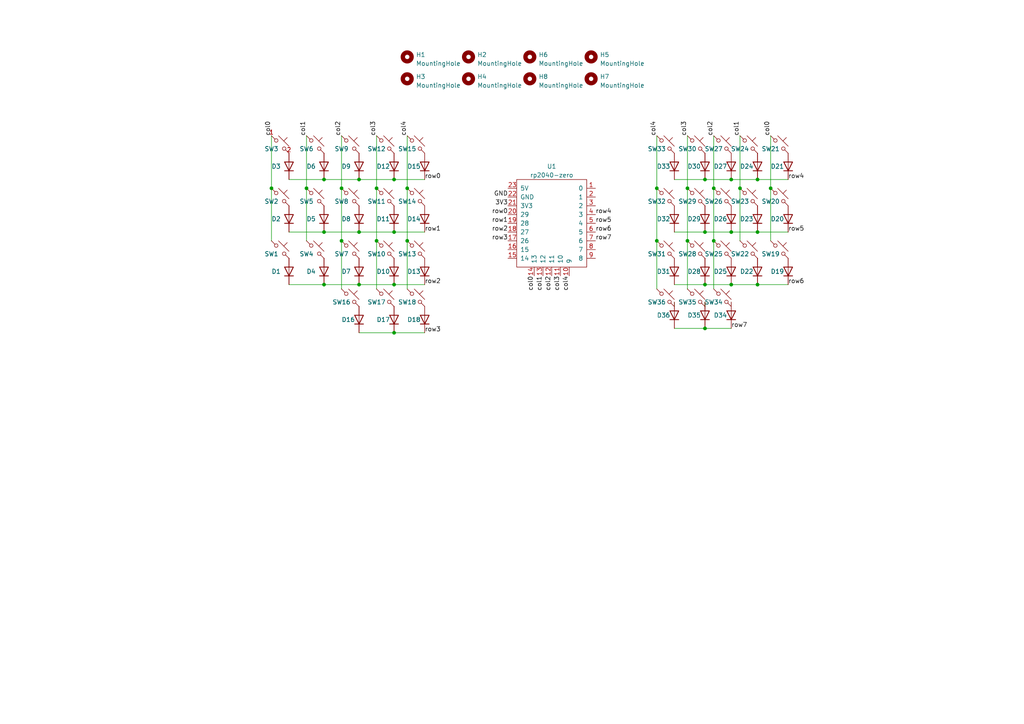
<source format=kicad_sch>
(kicad_sch (version 20230121) (generator eeschema)

  (uuid bcf08c00-9729-48c6-a1d1-fd61a92f814c)

  (paper "A4")

  (lib_symbols
    (symbol "Diode:1N4148W" (pin_numbers hide) (pin_names hide) (in_bom yes) (on_board yes)
      (property "Reference" "D" (at 0 2.54 0)
        (effects (font (size 1.27 1.27)))
      )
      (property "Value" "1N4148W" (at 0 -2.54 0)
        (effects (font (size 1.27 1.27)))
      )
      (property "Footprint" "Diode_SMD:D_SOD-123" (at 0 -4.445 0)
        (effects (font (size 1.27 1.27)) hide)
      )
      (property "Datasheet" "https://www.vishay.com/docs/85748/1n4148w.pdf" (at 0 0 0)
        (effects (font (size 1.27 1.27)) hide)
      )
      (property "Sim.Device" "D" (at 0 0 0)
        (effects (font (size 1.27 1.27)) hide)
      )
      (property "Sim.Pins" "1=K 2=A" (at 0 0 0)
        (effects (font (size 1.27 1.27)) hide)
      )
      (property "ki_keywords" "diode" (at 0 0 0)
        (effects (font (size 1.27 1.27)) hide)
      )
      (property "ki_description" "75V 0.15A Fast Switching Diode, SOD-123" (at 0 0 0)
        (effects (font (size 1.27 1.27)) hide)
      )
      (property "ki_fp_filters" "D*SOD?123*" (at 0 0 0)
        (effects (font (size 1.27 1.27)) hide)
      )
      (symbol "1N4148W_0_1"
        (polyline
          (pts
            (xy -1.27 1.27)
            (xy -1.27 -1.27)
          )
          (stroke (width 0.254) (type default))
          (fill (type none))
        )
        (polyline
          (pts
            (xy 1.27 0)
            (xy -1.27 0)
          )
          (stroke (width 0) (type default))
          (fill (type none))
        )
        (polyline
          (pts
            (xy 1.27 1.27)
            (xy 1.27 -1.27)
            (xy -1.27 0)
            (xy 1.27 1.27)
          )
          (stroke (width 0.254) (type default))
          (fill (type none))
        )
      )
      (symbol "1N4148W_1_1"
        (pin passive line (at -3.81 0 0) (length 2.54)
          (name "K" (effects (font (size 1.27 1.27))))
          (number "1" (effects (font (size 1.27 1.27))))
        )
        (pin passive line (at 3.81 0 180) (length 2.54)
          (name "A" (effects (font (size 1.27 1.27))))
          (number "2" (effects (font (size 1.27 1.27))))
        )
      )
    )
    (symbol "Mechanical:MountingHole" (pin_names (offset 1.016)) (in_bom yes) (on_board yes)
      (property "Reference" "H" (at 0 5.08 0)
        (effects (font (size 1.27 1.27)))
      )
      (property "Value" "MountingHole" (at 0 3.175 0)
        (effects (font (size 1.27 1.27)))
      )
      (property "Footprint" "" (at 0 0 0)
        (effects (font (size 1.27 1.27)) hide)
      )
      (property "Datasheet" "~" (at 0 0 0)
        (effects (font (size 1.27 1.27)) hide)
      )
      (property "ki_keywords" "mounting hole" (at 0 0 0)
        (effects (font (size 1.27 1.27)) hide)
      )
      (property "ki_description" "Mounting Hole without connection" (at 0 0 0)
        (effects (font (size 1.27 1.27)) hide)
      )
      (property "ki_fp_filters" "MountingHole*" (at 0 0 0)
        (effects (font (size 1.27 1.27)) hide)
      )
      (symbol "MountingHole_0_1"
        (circle (center 0 0) (radius 1.27)
          (stroke (width 1.27) (type default))
          (fill (type none))
        )
      )
    )
    (symbol "SW_Push_45deg_1" (pin_names (offset 1.016) hide) (in_bom yes) (on_board yes)
      (property "Reference" "SW" (at 3.048 1.016 0)
        (effects (font (size 1.27 1.27)) (justify left))
      )
      (property "Value" "SW_Push_45deg" (at 0 -3.81 0)
        (effects (font (size 1.27 1.27)))
      )
      (property "Footprint" "" (at 0 0 0)
        (effects (font (size 1.27 1.27)) hide)
      )
      (property "Datasheet" "~" (at 0 0 0)
        (effects (font (size 1.27 1.27)) hide)
      )
      (property "ki_keywords" "switch normally-open pushbutton push-button" (at 0 0 0)
        (effects (font (size 1.27 1.27)) hide)
      )
      (property "ki_description" "Push button switch, normally open, two pins, 45° tilted" (at 0 0 0)
        (effects (font (size 1.27 1.27)) hide)
      )
      (symbol "SW_Push_45deg_1_0_1"
        (circle (center -1.1684 1.1684) (radius 0.508)
          (stroke (width 0) (type default))
          (fill (type none))
        )
        (polyline
          (pts
            (xy -0.508 2.54)
            (xy 2.54 -0.508)
          )
          (stroke (width 0) (type default))
          (fill (type none))
        )
        (polyline
          (pts
            (xy 1.016 1.016)
            (xy 2.032 2.032)
          )
          (stroke (width 0) (type default))
          (fill (type none))
        )
        (polyline
          (pts
            (xy -2.54 2.54)
            (xy -1.524 1.524)
            (xy -1.524 1.524)
          )
          (stroke (width 0) (type default))
          (fill (type none))
        )
        (polyline
          (pts
            (xy 1.524 -1.524)
            (xy 2.54 -2.54)
            (xy 2.54 -2.54)
            (xy 2.54 -2.54)
          )
          (stroke (width 0) (type default))
          (fill (type none))
        )
        (circle (center 1.143 -1.1938) (radius 0.508)
          (stroke (width 0) (type default))
          (fill (type none))
        )
        (pin passive line (at -2.54 2.54 0) (length 0)
          (name "1" (effects (font (size 1.27 1.27))))
          (number "1" (effects (font (size 1.27 1.27))))
        )
        (pin passive line (at 2.54 -2.54 180) (length 0)
          (name "2" (effects (font (size 1.27 1.27))))
          (number "2" (effects (font (size 1.27 1.27))))
        )
      )
    )
    (symbol "Switch:SW_Push_45deg" (pin_numbers hide) (pin_names (offset 1.016) hide) (in_bom yes) (on_board yes)
      (property "Reference" "SW" (at 3.048 1.016 0)
        (effects (font (size 1.27 1.27)) (justify left))
      )
      (property "Value" "SW_Push_45deg" (at 0 -3.81 0)
        (effects (font (size 1.27 1.27)))
      )
      (property "Footprint" "" (at 0 0 0)
        (effects (font (size 1.27 1.27)) hide)
      )
      (property "Datasheet" "~" (at 0 0 0)
        (effects (font (size 1.27 1.27)) hide)
      )
      (property "ki_keywords" "switch normally-open pushbutton push-button" (at 0 0 0)
        (effects (font (size 1.27 1.27)) hide)
      )
      (property "ki_description" "Push button switch, normally open, two pins, 45° tilted" (at 0 0 0)
        (effects (font (size 1.27 1.27)) hide)
      )
      (symbol "SW_Push_45deg_0_1"
        (circle (center -1.1684 1.1684) (radius 0.508)
          (stroke (width 0) (type default))
          (fill (type none))
        )
        (polyline
          (pts
            (xy -0.508 2.54)
            (xy 2.54 -0.508)
          )
          (stroke (width 0) (type default))
          (fill (type none))
        )
        (polyline
          (pts
            (xy 1.016 1.016)
            (xy 2.032 2.032)
          )
          (stroke (width 0) (type default))
          (fill (type none))
        )
        (polyline
          (pts
            (xy -2.54 2.54)
            (xy -1.524 1.524)
            (xy -1.524 1.524)
          )
          (stroke (width 0) (type default))
          (fill (type none))
        )
        (polyline
          (pts
            (xy 1.524 -1.524)
            (xy 2.54 -2.54)
            (xy 2.54 -2.54)
            (xy 2.54 -2.54)
          )
          (stroke (width 0) (type default))
          (fill (type none))
        )
        (circle (center 1.143 -1.1938) (radius 0.508)
          (stroke (width 0) (type default))
          (fill (type none))
        )
        (pin passive line (at -2.54 2.54 0) (length 0)
          (name "1" (effects (font (size 1.27 1.27))))
          (number "1" (effects (font (size 1.27 1.27))))
        )
        (pin passive line (at 2.54 -2.54 180) (length 0)
          (name "2" (effects (font (size 1.27 1.27))))
          (number "2" (effects (font (size 1.27 1.27))))
        )
      )
    )
    (symbol "mcu:rp2040-zero" (pin_names (offset 1.016)) (in_bom yes) (on_board yes)
      (property "Reference" "U" (at 0 15.24 0)
        (effects (font (size 1.27 1.27)))
      )
      (property "Value" "rp2040-zero" (at 0 12.7 0)
        (effects (font (size 1.27 1.27)))
      )
      (property "Footprint" "" (at -8.89 5.08 0)
        (effects (font (size 1.27 1.27)) hide)
      )
      (property "Datasheet" "" (at -8.89 5.08 0)
        (effects (font (size 1.27 1.27)) hide)
      )
      (symbol "rp2040-zero_0_1"
        (rectangle (start -10.16 11.43) (end 10.16 -13.97)
          (stroke (width 0) (type default))
          (fill (type none))
        )
      )
      (symbol "rp2040-zero_1_1"
        (pin bidirectional line (at 12.7 8.89 180) (length 2.54)
          (name "0" (effects (font (size 1.27 1.27))))
          (number "1" (effects (font (size 1.27 1.27))))
        )
        (pin bidirectional line (at 5.08 -16.51 90) (length 2.54)
          (name "9" (effects (font (size 1.27 1.27))))
          (number "10" (effects (font (size 1.27 1.27))))
        )
        (pin bidirectional line (at 2.54 -16.51 90) (length 2.54)
          (name "10" (effects (font (size 1.27 1.27))))
          (number "11" (effects (font (size 1.27 1.27))))
        )
        (pin bidirectional line (at 0 -16.51 90) (length 2.54)
          (name "11" (effects (font (size 1.27 1.27))))
          (number "12" (effects (font (size 1.27 1.27))))
        )
        (pin bidirectional line (at -2.54 -16.51 90) (length 2.54)
          (name "12" (effects (font (size 1.27 1.27))))
          (number "13" (effects (font (size 1.27 1.27))))
        )
        (pin bidirectional line (at -5.08 -16.51 90) (length 2.54)
          (name "13" (effects (font (size 1.27 1.27))))
          (number "14" (effects (font (size 1.27 1.27))))
        )
        (pin bidirectional line (at -12.7 -11.43 0) (length 2.54)
          (name "14" (effects (font (size 1.27 1.27))))
          (number "15" (effects (font (size 1.27 1.27))))
        )
        (pin bidirectional line (at -12.7 -8.89 0) (length 2.54)
          (name "15" (effects (font (size 1.27 1.27))))
          (number "16" (effects (font (size 1.27 1.27))))
        )
        (pin bidirectional line (at -12.7 -6.35 0) (length 2.54)
          (name "26" (effects (font (size 1.27 1.27))))
          (number "17" (effects (font (size 1.27 1.27))))
        )
        (pin bidirectional line (at -12.7 -3.81 0) (length 2.54)
          (name "27" (effects (font (size 1.27 1.27))))
          (number "18" (effects (font (size 1.27 1.27))))
        )
        (pin bidirectional line (at -12.7 -1.27 0) (length 2.54)
          (name "28" (effects (font (size 1.27 1.27))))
          (number "19" (effects (font (size 1.27 1.27))))
        )
        (pin bidirectional line (at 12.7 6.35 180) (length 2.54)
          (name "1" (effects (font (size 1.27 1.27))))
          (number "2" (effects (font (size 1.27 1.27))))
        )
        (pin bidirectional line (at -12.7 1.27 0) (length 2.54)
          (name "29" (effects (font (size 1.27 1.27))))
          (number "20" (effects (font (size 1.27 1.27))))
        )
        (pin power_out line (at -12.7 3.81 0) (length 2.54)
          (name "3V3" (effects (font (size 1.27 1.27))))
          (number "21" (effects (font (size 1.27 1.27))))
        )
        (pin power_out line (at -12.7 6.35 0) (length 2.54)
          (name "GND" (effects (font (size 1.27 1.27))))
          (number "22" (effects (font (size 1.27 1.27))))
        )
        (pin power_out line (at -12.7 8.89 0) (length 2.54)
          (name "5V" (effects (font (size 1.27 1.27))))
          (number "23" (effects (font (size 1.27 1.27))))
        )
        (pin bidirectional line (at 12.7 3.81 180) (length 2.54)
          (name "2" (effects (font (size 1.27 1.27))))
          (number "3" (effects (font (size 1.27 1.27))))
        )
        (pin bidirectional line (at 12.7 1.27 180) (length 2.54)
          (name "3" (effects (font (size 1.27 1.27))))
          (number "4" (effects (font (size 1.27 1.27))))
        )
        (pin bidirectional line (at 12.7 -1.27 180) (length 2.54)
          (name "4" (effects (font (size 1.27 1.27))))
          (number "5" (effects (font (size 1.27 1.27))))
        )
        (pin bidirectional line (at 12.7 -3.81 180) (length 2.54)
          (name "5" (effects (font (size 1.27 1.27))))
          (number "6" (effects (font (size 1.27 1.27))))
        )
        (pin bidirectional line (at 12.7 -6.35 180) (length 2.54)
          (name "6" (effects (font (size 1.27 1.27))))
          (number "7" (effects (font (size 1.27 1.27))))
        )
        (pin bidirectional line (at 12.7 -8.89 180) (length 2.54)
          (name "7" (effects (font (size 1.27 1.27))))
          (number "8" (effects (font (size 1.27 1.27))))
        )
        (pin bidirectional line (at 12.7 -11.43 180) (length 2.54)
          (name "8" (effects (font (size 1.27 1.27))))
          (number "9" (effects (font (size 1.27 1.27))))
        )
      )
    )
  )

  (junction (at 204.47 67.31) (diameter 0) (color 0 0 0 0)
    (uuid 0e4ad759-c158-4c65-9f54-c9b34ace884f)
  )
  (junction (at 78.74 54.61) (diameter 0) (color 0 0 0 0)
    (uuid 1497568a-ad26-4e81-b4c7-15b870a0a338)
  )
  (junction (at 207.01 54.61) (diameter 0) (color 0 0 0 0)
    (uuid 153dc38d-afab-410b-b1ec-fda8f60d63ec)
  )
  (junction (at 190.5 69.85) (diameter 0) (color 0 0 0 0)
    (uuid 1f32fe66-6191-4f19-9d34-b61d59aa1207)
  )
  (junction (at 114.3 67.31) (diameter 0) (color 0 0 0 0)
    (uuid 21226a3f-d7e8-4d27-9165-e0903ae21d4a)
  )
  (junction (at 118.11 54.61) (diameter 0) (color 0 0 0 0)
    (uuid 21e7e152-d6c1-4190-8b27-269871d89788)
  )
  (junction (at 212.09 52.07) (diameter 0) (color 0 0 0 0)
    (uuid 239cd2a9-3bcd-4655-8a93-c5e5e885e34b)
  )
  (junction (at 99.06 69.85) (diameter 0) (color 0 0 0 0)
    (uuid 28d46e61-0a6d-4ea3-aec5-f25386537329)
  )
  (junction (at 93.98 67.31) (diameter 0) (color 0 0 0 0)
    (uuid 3cab840a-ace8-4014-ac39-75206cc8b213)
  )
  (junction (at 214.63 54.61) (diameter 0) (color 0 0 0 0)
    (uuid 4066553d-d809-4d81-a46d-6bc8117aa89d)
  )
  (junction (at 114.3 52.07) (diameter 0) (color 0 0 0 0)
    (uuid 449a1ff6-2b85-42b0-a356-470109e25927)
  )
  (junction (at 204.47 95.25) (diameter 0) (color 0 0 0 0)
    (uuid 52a81402-c4e9-4c10-b9c8-30fc47ae498f)
  )
  (junction (at 109.22 69.85) (diameter 0) (color 0 0 0 0)
    (uuid 56bf40ab-b314-43c9-ac35-cef2f5bb9ee2)
  )
  (junction (at 104.14 52.07) (diameter 0) (color 0 0 0 0)
    (uuid 6dc22463-35aa-4f76-8508-14c00e77d768)
  )
  (junction (at 190.5 54.61) (diameter 0) (color 0 0 0 0)
    (uuid 71952ec6-534a-47f3-bc87-78f31a015692)
  )
  (junction (at 199.39 54.61) (diameter 0) (color 0 0 0 0)
    (uuid 71963227-b769-47c2-89a3-c58b17293e71)
  )
  (junction (at 204.47 82.55) (diameter 0) (color 0 0 0 0)
    (uuid 7a363c01-0194-441c-9916-45bd776d26f1)
  )
  (junction (at 93.98 52.07) (diameter 0) (color 0 0 0 0)
    (uuid 7f78082e-b990-44b5-b4e7-824a3cea8efc)
  )
  (junction (at 88.9 54.61) (diameter 0) (color 0 0 0 0)
    (uuid 7fe070a5-747c-4077-b35a-5bb48b927996)
  )
  (junction (at 212.09 82.55) (diameter 0) (color 0 0 0 0)
    (uuid 847f5afd-d525-4e1f-9a9d-8d4aa8dff671)
  )
  (junction (at 118.11 69.85) (diameter 0) (color 0 0 0 0)
    (uuid 88d6efd0-dded-492a-8b47-70cd89b53de8)
  )
  (junction (at 114.3 82.55) (diameter 0) (color 0 0 0 0)
    (uuid 8c33959c-34f0-40bb-94d1-6ef8ad33cec4)
  )
  (junction (at 219.71 67.31) (diameter 0) (color 0 0 0 0)
    (uuid 95b1f511-cbca-481a-be88-e3491781ff72)
  )
  (junction (at 109.22 54.61) (diameter 0) (color 0 0 0 0)
    (uuid 9661aef0-2b88-470f-b33f-98214ec309a2)
  )
  (junction (at 204.47 52.07) (diameter 0) (color 0 0 0 0)
    (uuid 98c16fca-7ed4-4248-a1ee-39bd26d0df7d)
  )
  (junction (at 219.71 52.07) (diameter 0) (color 0 0 0 0)
    (uuid a4dbca37-17ac-4fff-b3fd-d4963c01b5c2)
  )
  (junction (at 219.71 82.55) (diameter 0) (color 0 0 0 0)
    (uuid a5c5fc69-cf3b-44ed-8d86-24a56580c264)
  )
  (junction (at 99.06 54.61) (diameter 0) (color 0 0 0 0)
    (uuid ad81394b-f62d-4c23-ad24-bd2f3d71bf19)
  )
  (junction (at 104.14 67.31) (diameter 0) (color 0 0 0 0)
    (uuid b93d3130-f403-4ac3-89db-6f06d2a05508)
  )
  (junction (at 199.39 69.85) (diameter 0) (color 0 0 0 0)
    (uuid d1460c17-56b6-4f02-b4a9-dbd8cddbf4c5)
  )
  (junction (at 223.52 54.61) (diameter 0) (color 0 0 0 0)
    (uuid d480f1e1-4bc1-43fb-9561-328c7bd4b7b7)
  )
  (junction (at 114.3 96.52) (diameter 0) (color 0 0 0 0)
    (uuid d8d7e585-fad5-418e-acbe-93a21ef788c1)
  )
  (junction (at 212.09 67.31) (diameter 0) (color 0 0 0 0)
    (uuid ddac16fb-dc6c-42b7-baf0-1bb163102b86)
  )
  (junction (at 104.14 82.55) (diameter 0) (color 0 0 0 0)
    (uuid e8c88185-2816-443a-8156-45238196219f)
  )
  (junction (at 93.98 82.55) (diameter 0) (color 0 0 0 0)
    (uuid f76d25b2-9d64-42f9-a3ff-470d95477205)
  )
  (junction (at 207.01 69.85) (diameter 0) (color 0 0 0 0)
    (uuid feb6758a-b858-48c5-93dd-97a00e48c4bc)
  )

  (wire (pts (xy 199.39 39.37) (xy 199.39 54.61))
    (stroke (width 0) (type default))
    (uuid 08364a7a-f00e-4d22-8b38-f9e8a2507498)
  )
  (wire (pts (xy 204.47 95.25) (xy 212.09 95.25))
    (stroke (width 0) (type default))
    (uuid 08e03a45-d2b0-4509-937b-c9ab7fb327e8)
  )
  (wire (pts (xy 78.74 39.37) (xy 78.74 54.61))
    (stroke (width 0) (type default))
    (uuid 0b455500-0340-4c3b-ab9a-9e359f7da105)
  )
  (wire (pts (xy 88.9 54.61) (xy 88.9 69.85))
    (stroke (width 0) (type default))
    (uuid 0ea91355-78c8-480d-9d6a-789584f36c1b)
  )
  (wire (pts (xy 109.22 54.61) (xy 109.22 69.85))
    (stroke (width 0) (type default))
    (uuid 0f3b83fc-63a2-4bd8-ad6c-51a226ca9c5a)
  )
  (wire (pts (xy 78.74 54.61) (xy 78.74 69.85))
    (stroke (width 0) (type default))
    (uuid 10299e8d-ba22-46bd-ba02-b3f6b08b85e6)
  )
  (wire (pts (xy 190.5 69.85) (xy 190.5 83.82))
    (stroke (width 0) (type default))
    (uuid 1518816f-31e2-444f-85e1-931739db31c7)
  )
  (wire (pts (xy 219.71 67.31) (xy 228.6 67.31))
    (stroke (width 0) (type default))
    (uuid 1ef8789d-9d4b-4b2b-b60f-4d24892224c5)
  )
  (wire (pts (xy 104.14 82.55) (xy 114.3 82.55))
    (stroke (width 0) (type default))
    (uuid 21d612da-7f2a-4c17-a92d-1e9eb5fe1b81)
  )
  (wire (pts (xy 207.01 69.85) (xy 207.01 83.82))
    (stroke (width 0) (type default))
    (uuid 2480cc1f-cda7-4ebe-b4f8-fcd7d3313015)
  )
  (wire (pts (xy 83.82 82.55) (xy 93.98 82.55))
    (stroke (width 0) (type default))
    (uuid 25246bba-7175-41c7-926e-6f863455d1e3)
  )
  (wire (pts (xy 207.01 39.37) (xy 207.01 54.61))
    (stroke (width 0) (type default))
    (uuid 2ce8e83a-7206-4ffe-87b4-5ac3c1a5709c)
  )
  (wire (pts (xy 99.06 69.85) (xy 99.06 83.82))
    (stroke (width 0) (type default))
    (uuid 32f11112-8a07-481b-bc9d-fdcd1b80f1c2)
  )
  (wire (pts (xy 204.47 67.31) (xy 212.09 67.31))
    (stroke (width 0) (type default))
    (uuid 346cfbd0-ffa9-40da-90e3-669b144995bd)
  )
  (wire (pts (xy 204.47 82.55) (xy 212.09 82.55))
    (stroke (width 0) (type default))
    (uuid 38c09461-ac27-46c8-b881-4282174858f5)
  )
  (wire (pts (xy 118.11 69.85) (xy 118.11 83.82))
    (stroke (width 0) (type default))
    (uuid 3a9fd9c9-9df1-47ee-9394-9118c65afc09)
  )
  (wire (pts (xy 195.58 88.9) (xy 195.58 87.63))
    (stroke (width 0) (type default))
    (uuid 3acaf96f-a2bf-4e65-ae5b-f2f49929cf7b)
  )
  (wire (pts (xy 219.71 52.07) (xy 228.6 52.07))
    (stroke (width 0) (type default))
    (uuid 54f33839-eda1-4e3c-8a19-a837a95c2435)
  )
  (wire (pts (xy 223.52 39.37) (xy 223.52 54.61))
    (stroke (width 0) (type default))
    (uuid 59d4c199-2cc1-4316-97d9-d3e567bb31ae)
  )
  (wire (pts (xy 195.58 67.31) (xy 204.47 67.31))
    (stroke (width 0) (type default))
    (uuid 5a82cee0-e6e6-460c-ab5b-6fbc1ff084dc)
  )
  (wire (pts (xy 104.14 96.52) (xy 114.3 96.52))
    (stroke (width 0) (type default))
    (uuid 5ae1ca5d-4f61-49fb-bf26-43dc12a691b9)
  )
  (wire (pts (xy 219.71 82.55) (xy 228.6 82.55))
    (stroke (width 0) (type default))
    (uuid 6185f88f-425c-46c7-a9ff-8326334e2d4e)
  )
  (wire (pts (xy 93.98 52.07) (xy 104.14 52.07))
    (stroke (width 0) (type default))
    (uuid 6f2ddfe4-6bc9-4bf0-aebe-fd69ab7d2ad8)
  )
  (wire (pts (xy 114.3 67.31) (xy 123.19 67.31))
    (stroke (width 0) (type default))
    (uuid 73b13f9e-5489-4e1d-9eff-1b5f4280eeaa)
  )
  (wire (pts (xy 109.22 69.85) (xy 109.22 83.82))
    (stroke (width 0) (type default))
    (uuid 786c9b69-4912-4430-9f4f-6d709581e3f7)
  )
  (wire (pts (xy 83.82 52.07) (xy 93.98 52.07))
    (stroke (width 0) (type default))
    (uuid 7a3fd639-e319-41a2-a1a2-c4065093e57e)
  )
  (wire (pts (xy 214.63 54.61) (xy 214.63 69.85))
    (stroke (width 0) (type default))
    (uuid 7c0c243c-b97f-423c-8232-fd61abf9ba96)
  )
  (wire (pts (xy 212.09 67.31) (xy 219.71 67.31))
    (stroke (width 0) (type default))
    (uuid 7c1de921-b096-4075-a468-f1ac17565d96)
  )
  (wire (pts (xy 204.47 88.9) (xy 204.47 87.63))
    (stroke (width 0) (type default))
    (uuid 7cfe2b27-d93b-472a-a915-96ab28985fa5)
  )
  (wire (pts (xy 109.22 39.37) (xy 109.22 54.61))
    (stroke (width 0) (type default))
    (uuid 7d992f1d-00e1-4c5e-a9b5-985edf0f15fd)
  )
  (wire (pts (xy 199.39 69.85) (xy 199.39 83.82))
    (stroke (width 0) (type default))
    (uuid 88b00197-9a60-4b07-a001-a4934451b53e)
  )
  (wire (pts (xy 93.98 82.55) (xy 104.14 82.55))
    (stroke (width 0) (type default))
    (uuid 892d694d-c978-4808-a04a-a4f7166d7bba)
  )
  (wire (pts (xy 195.58 82.55) (xy 204.47 82.55))
    (stroke (width 0) (type default))
    (uuid 8bcbbf57-0741-4089-b284-4542b9e456de)
  )
  (wire (pts (xy 93.98 67.31) (xy 104.14 67.31))
    (stroke (width 0) (type default))
    (uuid 8c18cce8-5e03-4dfb-9c9a-3a9219ae3580)
  )
  (wire (pts (xy 199.39 54.61) (xy 199.39 69.85))
    (stroke (width 0) (type default))
    (uuid 9b455b7c-0108-4190-aa17-b131fed1fefd)
  )
  (wire (pts (xy 204.47 52.07) (xy 212.09 52.07))
    (stroke (width 0) (type default))
    (uuid a1825281-8c88-4ff4-be10-2095ecdbccf8)
  )
  (wire (pts (xy 195.58 52.07) (xy 204.47 52.07))
    (stroke (width 0) (type default))
    (uuid a7510be7-8557-4073-a544-f9abc134d9c6)
  )
  (wire (pts (xy 114.3 52.07) (xy 123.19 52.07))
    (stroke (width 0) (type default))
    (uuid a9dcd251-18a0-4724-b3fa-6babbab1b300)
  )
  (wire (pts (xy 118.11 39.37) (xy 118.11 54.61))
    (stroke (width 0) (type default))
    (uuid af8ce68b-8d44-4aae-9f16-1513c2d6dd66)
  )
  (wire (pts (xy 104.14 52.07) (xy 114.3 52.07))
    (stroke (width 0) (type default))
    (uuid b084c676-d955-47eb-bf6d-4cb40808999d)
  )
  (wire (pts (xy 214.63 39.37) (xy 214.63 54.61))
    (stroke (width 0) (type default))
    (uuid b0fea1e8-70e0-47b8-9cb0-cf43b9807490)
  )
  (wire (pts (xy 207.01 54.61) (xy 207.01 69.85))
    (stroke (width 0) (type default))
    (uuid b38eef05-3986-42cb-9a65-1ba5812a7f8e)
  )
  (wire (pts (xy 114.3 82.55) (xy 123.19 82.55))
    (stroke (width 0) (type default))
    (uuid b3e8eb59-dd38-4a35-a6b0-ba612ffdf65b)
  )
  (wire (pts (xy 212.09 52.07) (xy 219.71 52.07))
    (stroke (width 0) (type default))
    (uuid b481cd84-1d59-479b-a6de-b13b13191986)
  )
  (wire (pts (xy 88.9 39.37) (xy 88.9 54.61))
    (stroke (width 0) (type default))
    (uuid bd44bc95-020c-4a80-a919-b60268690c8b)
  )
  (wire (pts (xy 99.06 39.37) (xy 99.06 54.61))
    (stroke (width 0) (type default))
    (uuid c166ddcc-951e-4495-9c6a-d4a64af05863)
  )
  (wire (pts (xy 118.11 54.61) (xy 118.11 69.85))
    (stroke (width 0) (type default))
    (uuid c1e7e7ab-e132-4707-90ff-c97f817ea898)
  )
  (wire (pts (xy 195.58 95.25) (xy 204.47 95.25))
    (stroke (width 0) (type default))
    (uuid c84fe458-b112-432c-8fe7-d65dfde7657b)
  )
  (wire (pts (xy 190.5 39.37) (xy 190.5 54.61))
    (stroke (width 0) (type default))
    (uuid cba1f655-0b11-4f5f-ba7c-34978e749cbd)
  )
  (wire (pts (xy 83.82 67.31) (xy 93.98 67.31))
    (stroke (width 0) (type default))
    (uuid cfbd04c7-99a9-4d1f-b538-922e9b0475fa)
  )
  (wire (pts (xy 104.14 67.31) (xy 114.3 67.31))
    (stroke (width 0) (type default))
    (uuid d20fda9c-a1db-44a1-836a-e26836095fdd)
  )
  (wire (pts (xy 212.09 88.9) (xy 212.09 87.63))
    (stroke (width 0) (type default))
    (uuid e24f5f28-d456-473c-9321-7972886033df)
  )
  (wire (pts (xy 114.3 96.52) (xy 123.19 96.52))
    (stroke (width 0) (type default))
    (uuid f35afa12-6090-4dee-acbf-20e7f432ae25)
  )
  (wire (pts (xy 99.06 54.61) (xy 99.06 69.85))
    (stroke (width 0) (type default))
    (uuid f6ef4e05-0138-4dd1-8668-898a88891dd9)
  )
  (wire (pts (xy 212.09 82.55) (xy 219.71 82.55))
    (stroke (width 0) (type default))
    (uuid fa69eb65-06ba-4bee-b343-748816bf62a6)
  )
  (wire (pts (xy 190.5 54.61) (xy 190.5 69.85))
    (stroke (width 0) (type default))
    (uuid fb8df223-0534-4964-a8e7-30b63b5db5ec)
  )
  (wire (pts (xy 223.52 54.61) (xy 223.52 69.85))
    (stroke (width 0) (type default))
    (uuid fe42a05c-59a5-439d-a3db-c415eb99fd98)
  )

  (label "row7" (at 212.09 95.25 0) (fields_autoplaced)
    (effects (font (size 1.27 1.27)) (justify left bottom))
    (uuid 003e8c4b-1cee-4741-86d9-6a58412745ce)
  )
  (label "col1" (at 88.9 39.37 90) (fields_autoplaced)
    (effects (font (size 1.27 1.27)) (justify left bottom))
    (uuid 1114e8f7-30ae-46e0-a275-1c8e0ec2d8f9)
  )
  (label "GND" (at 147.32 57.15 180) (fields_autoplaced)
    (effects (font (size 1.27 1.27)) (justify right bottom))
    (uuid 15608477-7cd8-4d36-9126-2f2bbae43fc6)
  )
  (label "col3" (at 109.22 39.37 90) (fields_autoplaced)
    (effects (font (size 1.27 1.27)) (justify left bottom))
    (uuid 176fd0ba-dbaa-46b7-8522-385cd9fa79d7)
  )
  (label "row1" (at 123.19 67.31 0) (fields_autoplaced)
    (effects (font (size 1.27 1.27)) (justify left bottom))
    (uuid 205d61e6-d9e7-4763-bba8-5d1079d263c4)
  )
  (label "row5" (at 172.72 64.77 0) (fields_autoplaced)
    (effects (font (size 1.27 1.27)) (justify left bottom))
    (uuid 252bbd1b-8c20-403a-b24d-a912dbea9024)
  )
  (label "row4" (at 228.6 52.07 0) (fields_autoplaced)
    (effects (font (size 1.27 1.27)) (justify left bottom))
    (uuid 306bfbe9-0f74-4563-8c39-0fd0e3eb2e1c)
  )
  (label "row6" (at 172.72 67.31 0) (fields_autoplaced)
    (effects (font (size 1.27 1.27)) (justify left bottom))
    (uuid 4faf3e34-606d-47df-b4b4-2cb8e873c4f1)
  )
  (label "col4" (at 118.11 39.37 90) (fields_autoplaced)
    (effects (font (size 1.27 1.27)) (justify left bottom))
    (uuid 5153d470-f051-4eb1-8b60-a44680b8ddb1)
  )
  (label "col3" (at 162.56 80.01 270) (fields_autoplaced)
    (effects (font (size 1.27 1.27)) (justify right bottom))
    (uuid 5390adcd-b1be-4c7a-89e2-6b2cb9691602)
  )
  (label "col3" (at 199.39 39.37 90) (fields_autoplaced)
    (effects (font (size 1.27 1.27)) (justify left bottom))
    (uuid 56ef746d-c4f0-4391-81c7-c3bc6a26f18a)
  )
  (label "col0" (at 154.94 80.01 270) (fields_autoplaced)
    (effects (font (size 1.27 1.27)) (justify right bottom))
    (uuid 6239e2a5-a401-47d9-96bd-9f941f2298fe)
  )
  (label "col2" (at 160.02 80.01 270) (fields_autoplaced)
    (effects (font (size 1.27 1.27)) (justify right bottom))
    (uuid 689be8de-7bd7-4ad8-927e-d5e3005a4fb3)
  )
  (label "col0" (at 223.52 39.37 90) (fields_autoplaced)
    (effects (font (size 1.27 1.27)) (justify left bottom))
    (uuid 7044a42e-0c6a-4bbe-b0b6-4fdfa0ef129f)
  )
  (label "col1" (at 214.63 39.37 90) (fields_autoplaced)
    (effects (font (size 1.27 1.27)) (justify left bottom))
    (uuid 7f915715-79eb-43bd-bb8c-efb3225b71ae)
  )
  (label "col4" (at 190.5 39.37 90) (fields_autoplaced)
    (effects (font (size 1.27 1.27)) (justify left bottom))
    (uuid 83a44ed7-1688-4f28-860d-e06e5a4fa69f)
  )
  (label "col0" (at 78.74 39.37 90) (fields_autoplaced)
    (effects (font (size 1.27 1.27)) (justify left bottom))
    (uuid 83facf3e-d23a-41c1-994d-16ef50c5c7de)
  )
  (label "3V3" (at 147.32 59.69 180) (fields_autoplaced)
    (effects (font (size 1.27 1.27)) (justify right bottom))
    (uuid 8a1f94cc-9184-4de4-a0de-59b5924a695a)
  )
  (label "row1" (at 147.32 64.77 180) (fields_autoplaced)
    (effects (font (size 1.27 1.27)) (justify right bottom))
    (uuid 8e7a1b35-8d0a-457b-9cc0-1d042868ff67)
  )
  (label "row3" (at 123.19 96.52 0) (fields_autoplaced)
    (effects (font (size 1.27 1.27)) (justify left bottom))
    (uuid 8f37f10d-362f-4703-a6ca-4cd38490b510)
  )
  (label "row6" (at 228.6 82.55 0) (fields_autoplaced)
    (effects (font (size 1.27 1.27)) (justify left bottom))
    (uuid 9a2fcc94-2214-41d1-88c4-bf56c7ea9a48)
  )
  (label "row0" (at 123.19 52.07 0) (fields_autoplaced)
    (effects (font (size 1.27 1.27)) (justify left bottom))
    (uuid 9df4ab00-3676-4a6b-9fd5-69d1d125e7c0)
  )
  (label "row3" (at 147.32 69.85 180) (fields_autoplaced)
    (effects (font (size 1.27 1.27)) (justify right bottom))
    (uuid a3e77f58-9af4-4c0d-9d5c-a36de97a8de0)
  )
  (label "col4" (at 165.1 80.01 270) (fields_autoplaced)
    (effects (font (size 1.27 1.27)) (justify right bottom))
    (uuid a4284c6c-fe9e-462d-9f36-dc8e9b3e6efa)
  )
  (label "row7" (at 172.72 69.85 0) (fields_autoplaced)
    (effects (font (size 1.27 1.27)) (justify left bottom))
    (uuid a47c2124-1f2d-4b08-aee0-27ca42c9cd32)
  )
  (label "row4" (at 172.72 62.23 0) (fields_autoplaced)
    (effects (font (size 1.27 1.27)) (justify left bottom))
    (uuid ae55df0a-b0ad-4d67-aaeb-d0a66174088c)
  )
  (label "row5" (at 228.6 67.31 0) (fields_autoplaced)
    (effects (font (size 1.27 1.27)) (justify left bottom))
    (uuid ba52fac4-bc86-4673-84bb-08509c00c789)
  )
  (label "row2" (at 123.19 82.55 0) (fields_autoplaced)
    (effects (font (size 1.27 1.27)) (justify left bottom))
    (uuid bee62025-6f2f-45fd-8e39-0429c3263724)
  )
  (label "col1" (at 157.48 80.01 270) (fields_autoplaced)
    (effects (font (size 1.27 1.27)) (justify right bottom))
    (uuid caf0cbb1-7d0a-42ce-acc8-fa1b4713c7fa)
  )
  (label "col2" (at 99.06 39.37 90) (fields_autoplaced)
    (effects (font (size 1.27 1.27)) (justify left bottom))
    (uuid cbff24db-517b-427f-9231-977c08f2bfbe)
  )
  (label "row0" (at 147.32 62.23 180) (fields_autoplaced)
    (effects (font (size 1.27 1.27)) (justify right bottom))
    (uuid d28c2946-0378-405d-8b3a-ea4a4596a5bd)
  )
  (label "row2" (at 147.32 67.31 180) (fields_autoplaced)
    (effects (font (size 1.27 1.27)) (justify right bottom))
    (uuid e0100372-a87c-4b69-9c65-1cd4dc9f3849)
  )
  (label "col2" (at 207.01 39.37 90) (fields_autoplaced)
    (effects (font (size 1.27 1.27)) (justify left bottom))
    (uuid eb501e19-a904-46e1-a5e6-fb7ff85b6a6d)
  )

  (symbol (lib_id "Diode:1N4148W") (at 123.19 78.74 90) (unit 1)
    (in_bom yes) (on_board yes) (dnp no)
    (uuid 04ceb696-9153-4b9d-8c0f-35bf6beaefdc)
    (property "Reference" "D13" (at 118.11 78.74 90)
      (effects (font (size 1.27 1.27)) (justify right))
    )
    (property "Value" "1N4148W" (at 125.73 80.645 90)
      (effects (font (size 1.27 1.27)) (justify right) hide)
    )
    (property "Footprint" "0-badwings:D_SOD-123" (at 127.635 78.74 0)
      (effects (font (size 1.27 1.27)) hide)
    )
    (property "Datasheet" "https://www.vishay.com/docs/85748/1n4148w.pdf" (at 123.19 78.74 0)
      (effects (font (size 1.27 1.27)) hide)
    )
    (property "Sim.Device" "D" (at 123.19 78.74 0)
      (effects (font (size 1.27 1.27)) hide)
    )
    (property "Sim.Pins" "1=K 2=A" (at 123.19 78.74 0)
      (effects (font (size 1.27 1.27)) hide)
    )
    (pin "1" (uuid 7440a542-0197-466d-a61e-d6934d513b17))
    (pin "2" (uuid 21b40e35-5c65-405e-b5c2-20a2e0e8ba6e))
    (instances
      (project "badder_wings"
        (path "/bcf08c00-9729-48c6-a1d1-fd61a92f814c"
          (reference "D13") (unit 1)
        )
      )
    )
  )

  (symbol (lib_id "Mechanical:MountingHole") (at 171.45 22.86 0) (unit 1)
    (in_bom yes) (on_board yes) (dnp no) (fields_autoplaced)
    (uuid 0575f34d-d0a1-4e90-b7e3-3760d3aec06f)
    (property "Reference" "H7" (at 173.99 22.225 0)
      (effects (font (size 1.27 1.27)) (justify left))
    )
    (property "Value" "MountingHole" (at 173.99 24.765 0)
      (effects (font (size 1.27 1.27)) (justify left))
    )
    (property "Footprint" "0-jasonhazel-footprints:MountingHole_3.2mm_M3" (at 171.45 22.86 0)
      (effects (font (size 1.27 1.27)) hide)
    )
    (property "Datasheet" "~" (at 171.45 22.86 0)
      (effects (font (size 1.27 1.27)) hide)
    )
    (instances
      (project "badder_wings"
        (path "/bcf08c00-9729-48c6-a1d1-fd61a92f814c"
          (reference "H7") (unit 1)
        )
      )
    )
  )

  (symbol (lib_id "Diode:1N4148W") (at 204.47 48.26 90) (unit 1)
    (in_bom yes) (on_board yes) (dnp no)
    (uuid 09d8898f-8469-4ba0-a88c-67123d96d8e6)
    (property "Reference" "D30" (at 199.39 48.26 90)
      (effects (font (size 1.27 1.27)) (justify right))
    )
    (property "Value" "1N4148W" (at 207.01 50.165 90)
      (effects (font (size 1.27 1.27)) (justify right) hide)
    )
    (property "Footprint" "0-badwings:D_SOD-123" (at 208.915 48.26 0)
      (effects (font (size 1.27 1.27)) hide)
    )
    (property "Datasheet" "https://www.vishay.com/docs/85748/1n4148w.pdf" (at 204.47 48.26 0)
      (effects (font (size 1.27 1.27)) hide)
    )
    (property "Sim.Device" "D" (at 204.47 48.26 0)
      (effects (font (size 1.27 1.27)) hide)
    )
    (property "Sim.Pins" "1=K 2=A" (at 204.47 48.26 0)
      (effects (font (size 1.27 1.27)) hide)
    )
    (pin "1" (uuid fb16780d-2b01-486f-a0f5-572daea61a5e))
    (pin "2" (uuid a26a2187-b73a-44eb-848d-5a05bab1e2aa))
    (instances
      (project "badder_wings"
        (path "/bcf08c00-9729-48c6-a1d1-fd61a92f814c"
          (reference "D30") (unit 1)
        )
      )
    )
  )

  (symbol (lib_id "Diode:1N4148W") (at 212.09 91.44 90) (unit 1)
    (in_bom yes) (on_board yes) (dnp no)
    (uuid 0adb9b2f-4c6a-444a-879a-5b16b8ac4cc7)
    (property "Reference" "D34" (at 207.01 91.44 90)
      (effects (font (size 1.27 1.27)) (justify right))
    )
    (property "Value" "1N4148W" (at 214.63 93.345 90)
      (effects (font (size 1.27 1.27)) (justify right) hide)
    )
    (property "Footprint" "0-badwings:D_SOD-123" (at 216.535 91.44 0)
      (effects (font (size 1.27 1.27)) hide)
    )
    (property "Datasheet" "https://www.vishay.com/docs/85748/1n4148w.pdf" (at 212.09 91.44 0)
      (effects (font (size 1.27 1.27)) hide)
    )
    (property "Sim.Device" "D" (at 212.09 91.44 0)
      (effects (font (size 1.27 1.27)) hide)
    )
    (property "Sim.Pins" "1=K 2=A" (at 212.09 91.44 0)
      (effects (font (size 1.27 1.27)) hide)
    )
    (pin "1" (uuid 152fe261-f419-4cb4-a5eb-f4c2398c889e))
    (pin "2" (uuid ed3af1f3-bf8c-47c7-8ed8-bb6e29edbfa0))
    (instances
      (project "badder_wings"
        (path "/bcf08c00-9729-48c6-a1d1-fd61a92f814c"
          (reference "D34") (unit 1)
        )
      )
    )
  )

  (symbol (lib_id "Diode:1N4148W") (at 83.82 48.26 90) (unit 1)
    (in_bom yes) (on_board yes) (dnp no)
    (uuid 0d848879-c44f-4ce8-9e1c-2e8a42494768)
    (property "Reference" "D3" (at 78.74 48.26 90)
      (effects (font (size 1.27 1.27)) (justify right))
    )
    (property "Value" "1N4148W" (at 86.36 50.165 90)
      (effects (font (size 1.27 1.27)) (justify right) hide)
    )
    (property "Footprint" "0-badwings:D_SOD-123" (at 88.265 48.26 0)
      (effects (font (size 1.27 1.27)) hide)
    )
    (property "Datasheet" "https://www.vishay.com/docs/85748/1n4148w.pdf" (at 83.82 48.26 0)
      (effects (font (size 1.27 1.27)) hide)
    )
    (property "Sim.Device" "D" (at 83.82 48.26 0)
      (effects (font (size 1.27 1.27)) hide)
    )
    (property "Sim.Pins" "1=K 2=A" (at 83.82 48.26 0)
      (effects (font (size 1.27 1.27)) hide)
    )
    (pin "1" (uuid f0c5550c-04f8-46fe-a71e-d229ab8c22c2))
    (pin "2" (uuid 9bbee48e-ebc1-408d-a21f-dac0a0aa0104))
    (instances
      (project "badder_wings"
        (path "/bcf08c00-9729-48c6-a1d1-fd61a92f814c"
          (reference "D3") (unit 1)
        )
      )
    )
  )

  (symbol (lib_id "Switch:SW_Push_45deg") (at 201.93 41.91 0) (unit 1)
    (in_bom yes) (on_board yes) (dnp no)
    (uuid 141d98e3-7a4f-4fba-b4ac-ba8533b97ec6)
    (property "Reference" "SW30" (at 199.39 43.18 0)
      (effects (font (size 1.27 1.27)))
    )
    (property "Value" "SW_Push_45deg" (at 201.93 38.1 0)
      (effects (font (size 1.27 1.27)) hide)
    )
    (property "Footprint" "0-badwings:Choc-1u-hotswap-solderable" (at 201.93 41.91 0)
      (effects (font (size 1.27 1.27)) hide)
    )
    (property "Datasheet" "~" (at 201.93 41.91 0)
      (effects (font (size 1.27 1.27)) hide)
    )
    (pin "1" (uuid e4de8b01-0f48-45a5-879a-e7f6b57641e1))
    (pin "2" (uuid a8d51dbb-46c8-474d-9804-edb407eba21e))
    (instances
      (project "badder_wings"
        (path "/bcf08c00-9729-48c6-a1d1-fd61a92f814c"
          (reference "SW30") (unit 1)
        )
      )
    )
  )

  (symbol (lib_id "Switch:SW_Push_45deg") (at 120.65 57.15 0) (unit 1)
    (in_bom yes) (on_board yes) (dnp no)
    (uuid 219f5f21-3805-459e-8d51-b6fa0d4b2de9)
    (property "Reference" "SW14" (at 118.11 58.42 0)
      (effects (font (size 1.27 1.27)))
    )
    (property "Value" "SW_Push_45deg" (at 120.65 53.34 0)
      (effects (font (size 1.27 1.27)) hide)
    )
    (property "Footprint" "0-badwings:Choc-1u-hotswap-solderable" (at 120.65 57.15 0)
      (effects (font (size 1.27 1.27)) hide)
    )
    (property "Datasheet" "~" (at 120.65 57.15 0)
      (effects (font (size 1.27 1.27)) hide)
    )
    (pin "1" (uuid 4dcf3a41-72ee-42e9-8a2d-54e1fd20d11a))
    (pin "2" (uuid 6d57c28e-89f3-4217-8124-493c41542df8))
    (instances
      (project "badder_wings"
        (path "/bcf08c00-9729-48c6-a1d1-fd61a92f814c"
          (reference "SW14") (unit 1)
        )
      )
    )
  )

  (symbol (lib_id "Switch:SW_Push_45deg") (at 201.93 72.39 0) (unit 1)
    (in_bom yes) (on_board yes) (dnp no)
    (uuid 22043616-5a3e-490e-aa0f-184d7176fdae)
    (property "Reference" "SW28" (at 199.39 73.66 0)
      (effects (font (size 1.27 1.27)))
    )
    (property "Value" "SW_Push_45deg" (at 201.93 68.58 0)
      (effects (font (size 1.27 1.27)) hide)
    )
    (property "Footprint" "0-badwings:Choc-1u-hotswap-solderable" (at 201.93 72.39 0)
      (effects (font (size 1.27 1.27)) hide)
    )
    (property "Datasheet" "~" (at 201.93 72.39 0)
      (effects (font (size 1.27 1.27)) hide)
    )
    (pin "1" (uuid 689c94c7-fa9b-4c98-a2dc-960522979100))
    (pin "2" (uuid 17212644-f1b3-4324-b5cd-63f3cc7cad4d))
    (instances
      (project "badder_wings"
        (path "/bcf08c00-9729-48c6-a1d1-fd61a92f814c"
          (reference "SW28") (unit 1)
        )
      )
    )
  )

  (symbol (lib_id "Switch:SW_Push_45deg") (at 201.93 57.15 0) (unit 1)
    (in_bom yes) (on_board yes) (dnp no)
    (uuid 236c8206-518d-4437-86cb-841b94c78e7a)
    (property "Reference" "SW29" (at 199.39 58.42 0)
      (effects (font (size 1.27 1.27)))
    )
    (property "Value" "SW_Push_45deg" (at 201.93 53.34 0)
      (effects (font (size 1.27 1.27)) hide)
    )
    (property "Footprint" "0-badwings:Choc-1u-hotswap-solderable" (at 201.93 57.15 0)
      (effects (font (size 1.27 1.27)) hide)
    )
    (property "Datasheet" "~" (at 201.93 57.15 0)
      (effects (font (size 1.27 1.27)) hide)
    )
    (pin "1" (uuid 5c43d98c-724d-4dad-b4b7-8498c6001b8b))
    (pin "2" (uuid 9bf5fa8f-ba05-4eba-9608-3546b1b52a82))
    (instances
      (project "badder_wings"
        (path "/bcf08c00-9729-48c6-a1d1-fd61a92f814c"
          (reference "SW29") (unit 1)
        )
      )
    )
  )

  (symbol (lib_id "Diode:1N4148W") (at 93.98 78.74 90) (unit 1)
    (in_bom yes) (on_board yes) (dnp no)
    (uuid 2dff83b7-12f8-413b-85c3-0879c70d58eb)
    (property "Reference" "D4" (at 88.9 78.74 90)
      (effects (font (size 1.27 1.27)) (justify right))
    )
    (property "Value" "1N4148W" (at 96.52 80.645 90)
      (effects (font (size 1.27 1.27)) (justify right) hide)
    )
    (property "Footprint" "0-badwings:D_SOD-123" (at 98.425 78.74 0)
      (effects (font (size 1.27 1.27)) hide)
    )
    (property "Datasheet" "https://www.vishay.com/docs/85748/1n4148w.pdf" (at 93.98 78.74 0)
      (effects (font (size 1.27 1.27)) hide)
    )
    (property "Sim.Device" "D" (at 93.98 78.74 0)
      (effects (font (size 1.27 1.27)) hide)
    )
    (property "Sim.Pins" "1=K 2=A" (at 93.98 78.74 0)
      (effects (font (size 1.27 1.27)) hide)
    )
    (pin "1" (uuid f280cec4-a41c-4da7-ab84-03a3a304f3a0))
    (pin "2" (uuid 099b6b68-cdbb-467f-af64-57f14241045d))
    (instances
      (project "badder_wings"
        (path "/bcf08c00-9729-48c6-a1d1-fd61a92f814c"
          (reference "D4") (unit 1)
        )
      )
    )
  )

  (symbol (lib_id "Mechanical:MountingHole") (at 153.67 22.86 0) (unit 1)
    (in_bom yes) (on_board yes) (dnp no) (fields_autoplaced)
    (uuid 2e0ff80c-a0c4-4c77-a8ca-a05dba2188b0)
    (property "Reference" "H8" (at 156.21 22.225 0)
      (effects (font (size 1.27 1.27)) (justify left))
    )
    (property "Value" "MountingHole" (at 156.21 24.765 0)
      (effects (font (size 1.27 1.27)) (justify left))
    )
    (property "Footprint" "0-jasonhazel-footprints:MountingHole_3.2mm_M3" (at 153.67 22.86 0)
      (effects (font (size 1.27 1.27)) hide)
    )
    (property "Datasheet" "~" (at 153.67 22.86 0)
      (effects (font (size 1.27 1.27)) hide)
    )
    (instances
      (project "badder_wings"
        (path "/bcf08c00-9729-48c6-a1d1-fd61a92f814c"
          (reference "H8") (unit 1)
        )
      )
    )
  )

  (symbol (lib_id "Diode:1N4148W") (at 123.19 48.26 90) (unit 1)
    (in_bom yes) (on_board yes) (dnp no)
    (uuid 349ff422-5d13-41c8-8d61-72f8ffeb563b)
    (property "Reference" "D15" (at 118.11 48.26 90)
      (effects (font (size 1.27 1.27)) (justify right))
    )
    (property "Value" "1N4148W" (at 125.73 50.165 90)
      (effects (font (size 1.27 1.27)) (justify right) hide)
    )
    (property "Footprint" "0-badwings:D_SOD-123" (at 127.635 48.26 0)
      (effects (font (size 1.27 1.27)) hide)
    )
    (property "Datasheet" "https://www.vishay.com/docs/85748/1n4148w.pdf" (at 123.19 48.26 0)
      (effects (font (size 1.27 1.27)) hide)
    )
    (property "Sim.Device" "D" (at 123.19 48.26 0)
      (effects (font (size 1.27 1.27)) hide)
    )
    (property "Sim.Pins" "1=K 2=A" (at 123.19 48.26 0)
      (effects (font (size 1.27 1.27)) hide)
    )
    (pin "1" (uuid 063340e8-c642-4817-8c29-8bfd7d12eb87))
    (pin "2" (uuid 8315ed77-1601-46a1-8d1f-8319dd9b36d8))
    (instances
      (project "badder_wings"
        (path "/bcf08c00-9729-48c6-a1d1-fd61a92f814c"
          (reference "D15") (unit 1)
        )
      )
    )
  )

  (symbol (lib_id "Switch:SW_Push_45deg") (at 226.06 57.15 0) (unit 1)
    (in_bom yes) (on_board yes) (dnp no)
    (uuid 34d5e998-ed81-41b4-adce-3ad950ea6b44)
    (property "Reference" "SW20" (at 223.52 58.42 0)
      (effects (font (size 1.27 1.27)))
    )
    (property "Value" "SW_Push_45deg" (at 226.06 53.34 0)
      (effects (font (size 1.27 1.27)) hide)
    )
    (property "Footprint" "0-badwings:Choc-1u-hotswap-solderable" (at 226.06 57.15 0)
      (effects (font (size 1.27 1.27)) hide)
    )
    (property "Datasheet" "~" (at 226.06 57.15 0)
      (effects (font (size 1.27 1.27)) hide)
    )
    (pin "1" (uuid c9267613-0969-474d-94eb-f017a64b4ac4))
    (pin "2" (uuid 73353e51-d4d8-40e3-a0aa-7bef50c44ee4))
    (instances
      (project "badder_wings"
        (path "/bcf08c00-9729-48c6-a1d1-fd61a92f814c"
          (reference "SW20") (unit 1)
        )
      )
    )
  )

  (symbol (lib_id "Diode:1N4148W") (at 204.47 91.44 90) (unit 1)
    (in_bom yes) (on_board yes) (dnp no)
    (uuid 36514e6c-e0a3-4d9a-aebf-c6b18acccf73)
    (property "Reference" "D35" (at 199.39 91.44 90)
      (effects (font (size 1.27 1.27)) (justify right))
    )
    (property "Value" "1N4148W" (at 207.01 93.345 90)
      (effects (font (size 1.27 1.27)) (justify right) hide)
    )
    (property "Footprint" "0-badwings:D_SOD-123" (at 208.915 91.44 0)
      (effects (font (size 1.27 1.27)) hide)
    )
    (property "Datasheet" "https://www.vishay.com/docs/85748/1n4148w.pdf" (at 204.47 91.44 0)
      (effects (font (size 1.27 1.27)) hide)
    )
    (property "Sim.Device" "D" (at 204.47 91.44 0)
      (effects (font (size 1.27 1.27)) hide)
    )
    (property "Sim.Pins" "1=K 2=A" (at 204.47 91.44 0)
      (effects (font (size 1.27 1.27)) hide)
    )
    (pin "1" (uuid 5d880532-a47b-4d0e-bc0d-b9b4faaccca9))
    (pin "2" (uuid ac15ee8f-758d-4343-93c3-78b56c1b74b5))
    (instances
      (project "badder_wings"
        (path "/bcf08c00-9729-48c6-a1d1-fd61a92f814c"
          (reference "D35") (unit 1)
        )
      )
    )
  )

  (symbol (lib_id "Mechanical:MountingHole") (at 118.11 16.51 0) (unit 1)
    (in_bom yes) (on_board yes) (dnp no) (fields_autoplaced)
    (uuid 3797fe86-e252-42e8-9c27-1bb78de25e74)
    (property "Reference" "H1" (at 120.65 15.875 0)
      (effects (font (size 1.27 1.27)) (justify left))
    )
    (property "Value" "MountingHole" (at 120.65 18.415 0)
      (effects (font (size 1.27 1.27)) (justify left))
    )
    (property "Footprint" "0-jasonhazel-footprints:MountingHole_3.2mm_M3" (at 118.11 16.51 0)
      (effects (font (size 1.27 1.27)) hide)
    )
    (property "Datasheet" "~" (at 118.11 16.51 0)
      (effects (font (size 1.27 1.27)) hide)
    )
    (instances
      (project "badder_wings"
        (path "/bcf08c00-9729-48c6-a1d1-fd61a92f814c"
          (reference "H1") (unit 1)
        )
      )
    )
  )

  (symbol (lib_id "Diode:1N4148W") (at 93.98 48.26 90) (unit 1)
    (in_bom yes) (on_board yes) (dnp no)
    (uuid 39f725f1-d6f8-4284-a45b-f68b558c5e0c)
    (property "Reference" "D6" (at 88.9 48.26 90)
      (effects (font (size 1.27 1.27)) (justify right))
    )
    (property "Value" "1N4148W" (at 96.52 50.165 90)
      (effects (font (size 1.27 1.27)) (justify right) hide)
    )
    (property "Footprint" "0-badwings:D_SOD-123" (at 98.425 48.26 0)
      (effects (font (size 1.27 1.27)) hide)
    )
    (property "Datasheet" "https://www.vishay.com/docs/85748/1n4148w.pdf" (at 93.98 48.26 0)
      (effects (font (size 1.27 1.27)) hide)
    )
    (property "Sim.Device" "D" (at 93.98 48.26 0)
      (effects (font (size 1.27 1.27)) hide)
    )
    (property "Sim.Pins" "1=K 2=A" (at 93.98 48.26 0)
      (effects (font (size 1.27 1.27)) hide)
    )
    (pin "1" (uuid 0013be6f-be3e-4585-94d4-a903022b4e56))
    (pin "2" (uuid 0ebd3fb1-d21e-4894-b57a-dacb1117f9b6))
    (instances
      (project "badder_wings"
        (path "/bcf08c00-9729-48c6-a1d1-fd61a92f814c"
          (reference "D6") (unit 1)
        )
      )
    )
  )

  (symbol (lib_id "Diode:1N4148W") (at 204.47 63.5 90) (unit 1)
    (in_bom yes) (on_board yes) (dnp no)
    (uuid 3b288e15-490e-4d3c-9ae4-6557ae35ae13)
    (property "Reference" "D29" (at 199.39 63.5 90)
      (effects (font (size 1.27 1.27)) (justify right))
    )
    (property "Value" "1N4148W" (at 207.01 65.405 90)
      (effects (font (size 1.27 1.27)) (justify right) hide)
    )
    (property "Footprint" "0-badwings:D_SOD-123" (at 208.915 63.5 0)
      (effects (font (size 1.27 1.27)) hide)
    )
    (property "Datasheet" "https://www.vishay.com/docs/85748/1n4148w.pdf" (at 204.47 63.5 0)
      (effects (font (size 1.27 1.27)) hide)
    )
    (property "Sim.Device" "D" (at 204.47 63.5 0)
      (effects (font (size 1.27 1.27)) hide)
    )
    (property "Sim.Pins" "1=K 2=A" (at 204.47 63.5 0)
      (effects (font (size 1.27 1.27)) hide)
    )
    (pin "1" (uuid 622556bf-599b-4a33-986e-46d3b96a971b))
    (pin "2" (uuid 150ebb9d-dd63-4951-90e4-0d8f0d127157))
    (instances
      (project "badder_wings"
        (path "/bcf08c00-9729-48c6-a1d1-fd61a92f814c"
          (reference "D29") (unit 1)
        )
      )
    )
  )

  (symbol (lib_id "Diode:1N4148W") (at 114.3 78.74 90) (unit 1)
    (in_bom yes) (on_board yes) (dnp no)
    (uuid 3ed7718b-1442-4822-809e-8fa11f59de17)
    (property "Reference" "D10" (at 109.22 78.74 90)
      (effects (font (size 1.27 1.27)) (justify right))
    )
    (property "Value" "1N4148W" (at 116.84 80.645 90)
      (effects (font (size 1.27 1.27)) (justify right) hide)
    )
    (property "Footprint" "0-badwings:D_SOD-123" (at 118.745 78.74 0)
      (effects (font (size 1.27 1.27)) hide)
    )
    (property "Datasheet" "https://www.vishay.com/docs/85748/1n4148w.pdf" (at 114.3 78.74 0)
      (effects (font (size 1.27 1.27)) hide)
    )
    (property "Sim.Device" "D" (at 114.3 78.74 0)
      (effects (font (size 1.27 1.27)) hide)
    )
    (property "Sim.Pins" "1=K 2=A" (at 114.3 78.74 0)
      (effects (font (size 1.27 1.27)) hide)
    )
    (pin "1" (uuid dc786cfe-b588-4837-bb4c-e8c495aed1dd))
    (pin "2" (uuid 3587b99b-0db8-4c82-8b3d-7f9809a8e7f2))
    (instances
      (project "badder_wings"
        (path "/bcf08c00-9729-48c6-a1d1-fd61a92f814c"
          (reference "D10") (unit 1)
        )
      )
    )
  )

  (symbol (lib_id "Switch:SW_Push_45deg") (at 226.06 72.39 0) (unit 1)
    (in_bom yes) (on_board yes) (dnp no)
    (uuid 41493064-e767-4661-bc2c-3217c0defdbb)
    (property "Reference" "SW19" (at 223.52 73.66 0)
      (effects (font (size 1.27 1.27)))
    )
    (property "Value" "SW_Push_45deg" (at 226.06 68.58 0)
      (effects (font (size 1.27 1.27)) hide)
    )
    (property "Footprint" "0-badwings:Choc-1u-hotswap-solderable" (at 226.06 72.39 0)
      (effects (font (size 1.27 1.27)) hide)
    )
    (property "Datasheet" "~" (at 226.06 72.39 0)
      (effects (font (size 1.27 1.27)) hide)
    )
    (pin "1" (uuid b407fa39-2ae7-4cdf-89a1-f3ed97baf4e0))
    (pin "2" (uuid 265a7763-0891-4699-b530-a3c459ff008d))
    (instances
      (project "badder_wings"
        (path "/bcf08c00-9729-48c6-a1d1-fd61a92f814c"
          (reference "SW19") (unit 1)
        )
      )
    )
  )

  (symbol (lib_id "Diode:1N4148W") (at 219.71 63.5 90) (unit 1)
    (in_bom yes) (on_board yes) (dnp no)
    (uuid 419bb335-ae86-4eff-ad97-135007561505)
    (property "Reference" "D23" (at 214.63 63.5 90)
      (effects (font (size 1.27 1.27)) (justify right))
    )
    (property "Value" "1N4148W" (at 222.25 65.405 90)
      (effects (font (size 1.27 1.27)) (justify right) hide)
    )
    (property "Footprint" "0-badwings:D_SOD-123" (at 224.155 63.5 0)
      (effects (font (size 1.27 1.27)) hide)
    )
    (property "Datasheet" "https://www.vishay.com/docs/85748/1n4148w.pdf" (at 219.71 63.5 0)
      (effects (font (size 1.27 1.27)) hide)
    )
    (property "Sim.Device" "D" (at 219.71 63.5 0)
      (effects (font (size 1.27 1.27)) hide)
    )
    (property "Sim.Pins" "1=K 2=A" (at 219.71 63.5 0)
      (effects (font (size 1.27 1.27)) hide)
    )
    (pin "1" (uuid 9e1ce3e6-7d65-40f4-9d90-70c04ec8dee9))
    (pin "2" (uuid 4c5b514b-fed4-460c-ac47-3d1985a57be9))
    (instances
      (project "badder_wings"
        (path "/bcf08c00-9729-48c6-a1d1-fd61a92f814c"
          (reference "D23") (unit 1)
        )
      )
    )
  )

  (symbol (lib_id "Diode:1N4148W") (at 195.58 48.26 90) (unit 1)
    (in_bom yes) (on_board yes) (dnp no)
    (uuid 43aa334b-2533-4d7b-a709-6d1d9f00d330)
    (property "Reference" "D33" (at 190.5 48.26 90)
      (effects (font (size 1.27 1.27)) (justify right))
    )
    (property "Value" "1N4148W" (at 198.12 50.165 90)
      (effects (font (size 1.27 1.27)) (justify right) hide)
    )
    (property "Footprint" "0-badwings:D_SOD-123" (at 200.025 48.26 0)
      (effects (font (size 1.27 1.27)) hide)
    )
    (property "Datasheet" "https://www.vishay.com/docs/85748/1n4148w.pdf" (at 195.58 48.26 0)
      (effects (font (size 1.27 1.27)) hide)
    )
    (property "Sim.Device" "D" (at 195.58 48.26 0)
      (effects (font (size 1.27 1.27)) hide)
    )
    (property "Sim.Pins" "1=K 2=A" (at 195.58 48.26 0)
      (effects (font (size 1.27 1.27)) hide)
    )
    (pin "1" (uuid 46b0691d-2585-4365-a99c-92de7c94af9b))
    (pin "2" (uuid b01644a3-983d-4c23-b734-1a5acb8d064b))
    (instances
      (project "badder_wings"
        (path "/bcf08c00-9729-48c6-a1d1-fd61a92f814c"
          (reference "D33") (unit 1)
        )
      )
    )
  )

  (symbol (lib_id "Diode:1N4148W") (at 123.19 92.71 90) (unit 1)
    (in_bom yes) (on_board yes) (dnp no)
    (uuid 445bf7b2-6a2d-4244-a675-3bfa46738d79)
    (property "Reference" "D18" (at 118.11 92.71 90)
      (effects (font (size 1.27 1.27)) (justify right))
    )
    (property "Value" "1N4148W" (at 125.73 94.615 90)
      (effects (font (size 1.27 1.27)) (justify right) hide)
    )
    (property "Footprint" "0-badwings:D_SOD-123" (at 127.635 92.71 0)
      (effects (font (size 1.27 1.27)) hide)
    )
    (property "Datasheet" "https://www.vishay.com/docs/85748/1n4148w.pdf" (at 123.19 92.71 0)
      (effects (font (size 1.27 1.27)) hide)
    )
    (property "Sim.Device" "D" (at 123.19 92.71 0)
      (effects (font (size 1.27 1.27)) hide)
    )
    (property "Sim.Pins" "1=K 2=A" (at 123.19 92.71 0)
      (effects (font (size 1.27 1.27)) hide)
    )
    (pin "1" (uuid 13ee8bd5-206d-4f01-bc5d-6de89eb8be03))
    (pin "2" (uuid 32aebd12-4267-4efb-a924-4ad2f1c79894))
    (instances
      (project "badder_wings"
        (path "/bcf08c00-9729-48c6-a1d1-fd61a92f814c"
          (reference "D18") (unit 1)
        )
      )
    )
  )

  (symbol (lib_id "Switch:SW_Push_45deg") (at 101.6 86.36 0) (unit 1)
    (in_bom yes) (on_board yes) (dnp no)
    (uuid 4bc971d5-fe45-45d4-802b-2349f47b3189)
    (property "Reference" "SW16" (at 99.06 87.63 0)
      (effects (font (size 1.27 1.27)))
    )
    (property "Value" "SW_Push_45deg" (at 101.6 82.55 0)
      (effects (font (size 1.27 1.27)) hide)
    )
    (property "Footprint" "0-badwings:Choc-1u-hotswap-solderable" (at 101.6 86.36 0)
      (effects (font (size 1.27 1.27)) hide)
    )
    (property "Datasheet" "~" (at 101.6 86.36 0)
      (effects (font (size 1.27 1.27)) hide)
    )
    (pin "1" (uuid b1852106-159a-492d-a5e2-f9a543a0161e))
    (pin "2" (uuid 8f26037c-e42a-4071-a245-61b07e9ed419))
    (instances
      (project "badder_wings"
        (path "/bcf08c00-9729-48c6-a1d1-fd61a92f814c"
          (reference "SW16") (unit 1)
        )
      )
    )
  )

  (symbol (lib_id "Diode:1N4148W") (at 228.6 78.74 90) (unit 1)
    (in_bom yes) (on_board yes) (dnp no)
    (uuid 4c55ae4b-ce32-4062-8cc8-52d8fa0b1d6a)
    (property "Reference" "D19" (at 223.52 78.74 90)
      (effects (font (size 1.27 1.27)) (justify right))
    )
    (property "Value" "1N4148W" (at 231.14 80.645 90)
      (effects (font (size 1.27 1.27)) (justify right) hide)
    )
    (property "Footprint" "0-badwings:D_SOD-123" (at 233.045 78.74 0)
      (effects (font (size 1.27 1.27)) hide)
    )
    (property "Datasheet" "https://www.vishay.com/docs/85748/1n4148w.pdf" (at 228.6 78.74 0)
      (effects (font (size 1.27 1.27)) hide)
    )
    (property "Sim.Device" "D" (at 228.6 78.74 0)
      (effects (font (size 1.27 1.27)) hide)
    )
    (property "Sim.Pins" "1=K 2=A" (at 228.6 78.74 0)
      (effects (font (size 1.27 1.27)) hide)
    )
    (pin "1" (uuid 797de6aa-556d-47cd-b69a-e862983f6960))
    (pin "2" (uuid 8aa384c4-9267-476c-a1fb-967e03936e93))
    (instances
      (project "badder_wings"
        (path "/bcf08c00-9729-48c6-a1d1-fd61a92f814c"
          (reference "D19") (unit 1)
        )
      )
    )
  )

  (symbol (lib_id "Switch:SW_Push_45deg") (at 193.04 41.91 0) (unit 1)
    (in_bom yes) (on_board yes) (dnp no)
    (uuid 4c650a38-6e73-4409-8a13-35336ead9223)
    (property "Reference" "SW33" (at 190.5 43.18 0)
      (effects (font (size 1.27 1.27)))
    )
    (property "Value" "SW_Push_45deg" (at 193.04 38.1 0)
      (effects (font (size 1.27 1.27)) hide)
    )
    (property "Footprint" "0-badwings:Choc-1u-hotswap-solderable" (at 193.04 41.91 0)
      (effects (font (size 1.27 1.27)) hide)
    )
    (property "Datasheet" "~" (at 193.04 41.91 0)
      (effects (font (size 1.27 1.27)) hide)
    )
    (pin "1" (uuid 5d54fc56-b4c1-4226-9de7-96b55b12de52))
    (pin "2" (uuid 9c7e227c-6699-43a8-8e72-9eb7c040c71a))
    (instances
      (project "badder_wings"
        (path "/bcf08c00-9729-48c6-a1d1-fd61a92f814c"
          (reference "SW33") (unit 1)
        )
      )
    )
  )

  (symbol (lib_id "Diode:1N4148W") (at 104.14 92.71 90) (unit 1)
    (in_bom yes) (on_board yes) (dnp no)
    (uuid 4cd3571f-7e09-4f7a-9450-ea1618189ed4)
    (property "Reference" "D16" (at 99.06 92.71 90)
      (effects (font (size 1.27 1.27)) (justify right))
    )
    (property "Value" "1N4148W" (at 106.68 94.615 90)
      (effects (font (size 1.27 1.27)) (justify right) hide)
    )
    (property "Footprint" "0-badwings:D_SOD-123" (at 108.585 92.71 0)
      (effects (font (size 1.27 1.27)) hide)
    )
    (property "Datasheet" "https://www.vishay.com/docs/85748/1n4148w.pdf" (at 104.14 92.71 0)
      (effects (font (size 1.27 1.27)) hide)
    )
    (property "Sim.Device" "D" (at 104.14 92.71 0)
      (effects (font (size 1.27 1.27)) hide)
    )
    (property "Sim.Pins" "1=K 2=A" (at 104.14 92.71 0)
      (effects (font (size 1.27 1.27)) hide)
    )
    (pin "1" (uuid 1df93053-9393-4e74-aafe-5337b02021ef))
    (pin "2" (uuid be9d0148-ade1-4e2b-9fe9-fc6e1cec858b))
    (instances
      (project "badder_wings"
        (path "/bcf08c00-9729-48c6-a1d1-fd61a92f814c"
          (reference "D16") (unit 1)
        )
      )
    )
  )

  (symbol (lib_id "Diode:1N4148W") (at 195.58 91.44 90) (unit 1)
    (in_bom yes) (on_board yes) (dnp no)
    (uuid 4e7dfb4f-86a6-41d7-a9e1-5e891c49d9f2)
    (property "Reference" "D36" (at 190.5 91.44 90)
      (effects (font (size 1.27 1.27)) (justify right))
    )
    (property "Value" "1N4148W" (at 198.12 93.345 90)
      (effects (font (size 1.27 1.27)) (justify right) hide)
    )
    (property "Footprint" "0-badwings:D_SOD-123" (at 200.025 91.44 0)
      (effects (font (size 1.27 1.27)) hide)
    )
    (property "Datasheet" "https://www.vishay.com/docs/85748/1n4148w.pdf" (at 195.58 91.44 0)
      (effects (font (size 1.27 1.27)) hide)
    )
    (property "Sim.Device" "D" (at 195.58 91.44 0)
      (effects (font (size 1.27 1.27)) hide)
    )
    (property "Sim.Pins" "1=K 2=A" (at 195.58 91.44 0)
      (effects (font (size 1.27 1.27)) hide)
    )
    (pin "1" (uuid 63bf43f6-e027-4f0a-92b0-5e932a366966))
    (pin "2" (uuid eb28971a-9b13-42e3-8291-4fa40ce50f94))
    (instances
      (project "badder_wings"
        (path "/bcf08c00-9729-48c6-a1d1-fd61a92f814c"
          (reference "D36") (unit 1)
        )
      )
    )
  )

  (symbol (lib_id "Switch:SW_Push_45deg") (at 209.55 41.91 0) (unit 1)
    (in_bom yes) (on_board yes) (dnp no)
    (uuid 53e78589-8e1d-434c-a445-3a1d4c410a95)
    (property "Reference" "SW27" (at 207.01 43.18 0)
      (effects (font (size 1.27 1.27)))
    )
    (property "Value" "SW_Push_45deg" (at 209.55 38.1 0)
      (effects (font (size 1.27 1.27)) hide)
    )
    (property "Footprint" "0-badwings:Choc-1u-hotswap-solderable" (at 209.55 41.91 0)
      (effects (font (size 1.27 1.27)) hide)
    )
    (property "Datasheet" "~" (at 209.55 41.91 0)
      (effects (font (size 1.27 1.27)) hide)
    )
    (pin "1" (uuid 58012ed2-33b4-4ce5-a3c2-8253f595c7d6))
    (pin "2" (uuid 998199e5-a88d-4656-b1a7-4a868deb5674))
    (instances
      (project "badder_wings"
        (path "/bcf08c00-9729-48c6-a1d1-fd61a92f814c"
          (reference "SW27") (unit 1)
        )
      )
    )
  )

  (symbol (lib_id "Diode:1N4148W") (at 104.14 78.74 90) (unit 1)
    (in_bom yes) (on_board yes) (dnp no)
    (uuid 5980ba05-cdb8-4345-ab29-4912957eca90)
    (property "Reference" "D7" (at 99.06 78.74 90)
      (effects (font (size 1.27 1.27)) (justify right))
    )
    (property "Value" "1N4148W" (at 106.68 80.645 90)
      (effects (font (size 1.27 1.27)) (justify right) hide)
    )
    (property "Footprint" "0-badwings:D_SOD-123" (at 108.585 78.74 0)
      (effects (font (size 1.27 1.27)) hide)
    )
    (property "Datasheet" "https://www.vishay.com/docs/85748/1n4148w.pdf" (at 104.14 78.74 0)
      (effects (font (size 1.27 1.27)) hide)
    )
    (property "Sim.Device" "D" (at 104.14 78.74 0)
      (effects (font (size 1.27 1.27)) hide)
    )
    (property "Sim.Pins" "1=K 2=A" (at 104.14 78.74 0)
      (effects (font (size 1.27 1.27)) hide)
    )
    (pin "1" (uuid ce8aea0a-42a8-43d3-bcdb-651a9946f430))
    (pin "2" (uuid 72d46479-beb0-46dc-8da0-0e7ff46ad50b))
    (instances
      (project "badder_wings"
        (path "/bcf08c00-9729-48c6-a1d1-fd61a92f814c"
          (reference "D7") (unit 1)
        )
      )
    )
  )

  (symbol (lib_id "Switch:SW_Push_45deg") (at 91.44 57.15 0) (unit 1)
    (in_bom yes) (on_board yes) (dnp no)
    (uuid 5b2fbe50-b24d-4f49-ac86-b5b68bf1d501)
    (property "Reference" "SW5" (at 88.9 58.42 0)
      (effects (font (size 1.27 1.27)))
    )
    (property "Value" "SW_Push_45deg" (at 91.44 53.34 0)
      (effects (font (size 1.27 1.27)) hide)
    )
    (property "Footprint" "0-badwings:Choc-1u-hotswap-solderable" (at 91.44 57.15 0)
      (effects (font (size 1.27 1.27)) hide)
    )
    (property "Datasheet" "~" (at 91.44 57.15 0)
      (effects (font (size 1.27 1.27)) hide)
    )
    (pin "1" (uuid 6ba15afa-8941-48fb-953d-c3c838c8b25b))
    (pin "2" (uuid 943a3653-fc42-4354-9254-3a8fc18ce45a))
    (instances
      (project "badder_wings"
        (path "/bcf08c00-9729-48c6-a1d1-fd61a92f814c"
          (reference "SW5") (unit 1)
        )
      )
    )
  )

  (symbol (lib_id "Diode:1N4148W") (at 212.09 78.74 90) (unit 1)
    (in_bom yes) (on_board yes) (dnp no)
    (uuid 5be1982e-e339-4146-bdfa-c2f791c82229)
    (property "Reference" "D25" (at 207.01 78.74 90)
      (effects (font (size 1.27 1.27)) (justify right))
    )
    (property "Value" "1N4148W" (at 214.63 80.645 90)
      (effects (font (size 1.27 1.27)) (justify right) hide)
    )
    (property "Footprint" "0-badwings:D_SOD-123" (at 216.535 78.74 0)
      (effects (font (size 1.27 1.27)) hide)
    )
    (property "Datasheet" "https://www.vishay.com/docs/85748/1n4148w.pdf" (at 212.09 78.74 0)
      (effects (font (size 1.27 1.27)) hide)
    )
    (property "Sim.Device" "D" (at 212.09 78.74 0)
      (effects (font (size 1.27 1.27)) hide)
    )
    (property "Sim.Pins" "1=K 2=A" (at 212.09 78.74 0)
      (effects (font (size 1.27 1.27)) hide)
    )
    (pin "1" (uuid 99deb0be-ab10-412b-b619-a7fcd823e858))
    (pin "2" (uuid 857d9bc1-0f31-477c-ae75-eb370c6c2722))
    (instances
      (project "badder_wings"
        (path "/bcf08c00-9729-48c6-a1d1-fd61a92f814c"
          (reference "D25") (unit 1)
        )
      )
    )
  )

  (symbol (lib_id "Diode:1N4148W") (at 123.19 63.5 90) (unit 1)
    (in_bom yes) (on_board yes) (dnp no)
    (uuid 61ed27e9-7722-47bb-9677-6afcb5c25982)
    (property "Reference" "D14" (at 118.11 63.5 90)
      (effects (font (size 1.27 1.27)) (justify right))
    )
    (property "Value" "1N4148W" (at 125.73 65.405 90)
      (effects (font (size 1.27 1.27)) (justify right) hide)
    )
    (property "Footprint" "0-badwings:D_SOD-123" (at 127.635 63.5 0)
      (effects (font (size 1.27 1.27)) hide)
    )
    (property "Datasheet" "https://www.vishay.com/docs/85748/1n4148w.pdf" (at 123.19 63.5 0)
      (effects (font (size 1.27 1.27)) hide)
    )
    (property "Sim.Device" "D" (at 123.19 63.5 0)
      (effects (font (size 1.27 1.27)) hide)
    )
    (property "Sim.Pins" "1=K 2=A" (at 123.19 63.5 0)
      (effects (font (size 1.27 1.27)) hide)
    )
    (pin "1" (uuid f1082b42-88cc-4e1f-9535-15a519ce8800))
    (pin "2" (uuid 5355a6d3-3613-452e-bc2c-77d31f252f89))
    (instances
      (project "badder_wings"
        (path "/bcf08c00-9729-48c6-a1d1-fd61a92f814c"
          (reference "D14") (unit 1)
        )
      )
    )
  )

  (symbol (lib_id "Switch:SW_Push_45deg") (at 81.28 57.15 0) (unit 1)
    (in_bom yes) (on_board yes) (dnp no)
    (uuid 62d0ff83-42c2-43c8-bba2-4255963f427e)
    (property "Reference" "SW2" (at 78.74 58.42 0)
      (effects (font (size 1.27 1.27)))
    )
    (property "Value" "SW_Push_45deg" (at 81.28 53.34 0)
      (effects (font (size 1.27 1.27)) hide)
    )
    (property "Footprint" "0-badwings:Choc-1u-hotswap-solderable" (at 81.28 57.15 0)
      (effects (font (size 1.27 1.27)) hide)
    )
    (property "Datasheet" "~" (at 81.28 57.15 0)
      (effects (font (size 1.27 1.27)) hide)
    )
    (pin "1" (uuid 6aa8538b-b5bf-499a-ac4a-db13397db4a7))
    (pin "2" (uuid 568c931b-a08c-44e7-9216-cd4922ca3abd))
    (instances
      (project "badder_wings"
        (path "/bcf08c00-9729-48c6-a1d1-fd61a92f814c"
          (reference "SW2") (unit 1)
        )
      )
    )
  )

  (symbol (lib_id "Switch:SW_Push_45deg") (at 91.44 72.39 0) (unit 1)
    (in_bom yes) (on_board yes) (dnp no)
    (uuid 6aa3f9b7-e985-45d2-882a-a262df09260d)
    (property "Reference" "SW4" (at 88.9 73.66 0)
      (effects (font (size 1.27 1.27)))
    )
    (property "Value" "SW_Push_45deg" (at 91.44 68.58 0)
      (effects (font (size 1.27 1.27)) hide)
    )
    (property "Footprint" "0-badwings:Choc-1u-hotswap-solderable" (at 91.44 72.39 0)
      (effects (font (size 1.27 1.27)) hide)
    )
    (property "Datasheet" "~" (at 91.44 72.39 0)
      (effects (font (size 1.27 1.27)) hide)
    )
    (pin "1" (uuid dc1addac-adf3-4879-92b4-4190da74d63b))
    (pin "2" (uuid f8cf3834-5ba3-4a8e-872b-c60cd7559908))
    (instances
      (project "badder_wings"
        (path "/bcf08c00-9729-48c6-a1d1-fd61a92f814c"
          (reference "SW4") (unit 1)
        )
      )
    )
  )

  (symbol (lib_id "Mechanical:MountingHole") (at 118.11 22.86 0) (unit 1)
    (in_bom yes) (on_board yes) (dnp no) (fields_autoplaced)
    (uuid 6ec63f78-4fb5-4538-a34c-30bff1673dfe)
    (property "Reference" "H3" (at 120.65 22.225 0)
      (effects (font (size 1.27 1.27)) (justify left))
    )
    (property "Value" "MountingHole" (at 120.65 24.765 0)
      (effects (font (size 1.27 1.27)) (justify left))
    )
    (property "Footprint" "0-jasonhazel-footprints:MountingHole_3.2mm_M3" (at 118.11 22.86 0)
      (effects (font (size 1.27 1.27)) hide)
    )
    (property "Datasheet" "~" (at 118.11 22.86 0)
      (effects (font (size 1.27 1.27)) hide)
    )
    (instances
      (project "badder_wings"
        (path "/bcf08c00-9729-48c6-a1d1-fd61a92f814c"
          (reference "H3") (unit 1)
        )
      )
    )
  )

  (symbol (lib_id "Diode:1N4148W") (at 83.82 78.74 90) (unit 1)
    (in_bom yes) (on_board yes) (dnp no)
    (uuid 6f06bcc0-b09f-41af-af96-c757f700af0e)
    (property "Reference" "D1" (at 78.74 78.74 90)
      (effects (font (size 1.27 1.27)) (justify right))
    )
    (property "Value" "1N4148W" (at 86.36 80.645 90)
      (effects (font (size 1.27 1.27)) (justify right) hide)
    )
    (property "Footprint" "0-badwings:D_SOD-123" (at 88.265 78.74 0)
      (effects (font (size 1.27 1.27)) hide)
    )
    (property "Datasheet" "https://www.vishay.com/docs/85748/1n4148w.pdf" (at 83.82 78.74 0)
      (effects (font (size 1.27 1.27)) hide)
    )
    (property "Sim.Device" "D" (at 83.82 78.74 0)
      (effects (font (size 1.27 1.27)) hide)
    )
    (property "Sim.Pins" "1=K 2=A" (at 83.82 78.74 0)
      (effects (font (size 1.27 1.27)) hide)
    )
    (pin "1" (uuid d5ddc615-dd7c-4fd4-99a5-16a7332ebcb1))
    (pin "2" (uuid c4d85fe9-50ca-43a1-98bd-2d540502cf3b))
    (instances
      (project "badder_wings"
        (path "/bcf08c00-9729-48c6-a1d1-fd61a92f814c"
          (reference "D1") (unit 1)
        )
      )
    )
  )

  (symbol (lib_id "Switch:SW_Push_45deg") (at 217.17 41.91 0) (unit 1)
    (in_bom yes) (on_board yes) (dnp no)
    (uuid 70f5b153-e68f-4b2a-b3c8-309827530c24)
    (property "Reference" "SW24" (at 214.63 43.18 0)
      (effects (font (size 1.27 1.27)))
    )
    (property "Value" "SW_Push_45deg" (at 217.17 38.1 0)
      (effects (font (size 1.27 1.27)) hide)
    )
    (property "Footprint" "0-badwings:Choc-1u-hotswap-solderable" (at 217.17 41.91 0)
      (effects (font (size 1.27 1.27)) hide)
    )
    (property "Datasheet" "~" (at 217.17 41.91 0)
      (effects (font (size 1.27 1.27)) hide)
    )
    (pin "1" (uuid 45a8122d-b502-43d8-9b3f-fa1cfe9a16b7))
    (pin "2" (uuid 7b4550ea-37d8-4891-870d-a86c5540b919))
    (instances
      (project "badder_wings"
        (path "/bcf08c00-9729-48c6-a1d1-fd61a92f814c"
          (reference "SW24") (unit 1)
        )
      )
    )
  )

  (symbol (lib_id "Switch:SW_Push_45deg") (at 120.65 86.36 0) (unit 1)
    (in_bom yes) (on_board yes) (dnp no)
    (uuid 73c36759-4048-4abc-9ceb-0dff65e3d34b)
    (property "Reference" "SW18" (at 118.11 87.63 0)
      (effects (font (size 1.27 1.27)))
    )
    (property "Value" "SW_Push_45deg" (at 120.65 82.55 0)
      (effects (font (size 1.27 1.27)) hide)
    )
    (property "Footprint" "0-badwings:Choc-1u-hotswap-solderable" (at 120.65 86.36 0)
      (effects (font (size 1.27 1.27)) hide)
    )
    (property "Datasheet" "~" (at 120.65 86.36 0)
      (effects (font (size 1.27 1.27)) hide)
    )
    (pin "1" (uuid f8f7d4c8-f7d5-4ff4-8833-30fe00a52216))
    (pin "2" (uuid db383db0-afeb-4519-a93f-4887634c2a36))
    (instances
      (project "badder_wings"
        (path "/bcf08c00-9729-48c6-a1d1-fd61a92f814c"
          (reference "SW18") (unit 1)
        )
      )
    )
  )

  (symbol (lib_id "Switch:SW_Push_45deg") (at 201.93 86.36 0) (unit 1)
    (in_bom yes) (on_board yes) (dnp no)
    (uuid 748c0598-f5d3-4526-b114-b882db5543cc)
    (property "Reference" "SW35" (at 199.39 87.63 0)
      (effects (font (size 1.27 1.27)))
    )
    (property "Value" "SW_Push_45deg" (at 201.93 82.55 0)
      (effects (font (size 1.27 1.27)) hide)
    )
    (property "Footprint" "0-badwings:Choc-1u-hotswap-solderable" (at 201.93 86.36 0)
      (effects (font (size 1.27 1.27)) hide)
    )
    (property "Datasheet" "~" (at 201.93 86.36 0)
      (effects (font (size 1.27 1.27)) hide)
    )
    (pin "1" (uuid b8d1829f-e0b2-4e40-b845-0bbdd5e57942))
    (pin "2" (uuid b093e3cc-f313-476d-be62-a22bd0499b01))
    (instances
      (project "badder_wings"
        (path "/bcf08c00-9729-48c6-a1d1-fd61a92f814c"
          (reference "SW35") (unit 1)
        )
      )
    )
  )

  (symbol (lib_id "Diode:1N4148W") (at 114.3 63.5 90) (unit 1)
    (in_bom yes) (on_board yes) (dnp no)
    (uuid 79d61d31-b977-471f-8f77-a7da08ea4edc)
    (property "Reference" "D11" (at 109.22 63.5 90)
      (effects (font (size 1.27 1.27)) (justify right))
    )
    (property "Value" "1N4148W" (at 116.84 65.405 90)
      (effects (font (size 1.27 1.27)) (justify right) hide)
    )
    (property "Footprint" "0-badwings:D_SOD-123" (at 118.745 63.5 0)
      (effects (font (size 1.27 1.27)) hide)
    )
    (property "Datasheet" "https://www.vishay.com/docs/85748/1n4148w.pdf" (at 114.3 63.5 0)
      (effects (font (size 1.27 1.27)) hide)
    )
    (property "Sim.Device" "D" (at 114.3 63.5 0)
      (effects (font (size 1.27 1.27)) hide)
    )
    (property "Sim.Pins" "1=K 2=A" (at 114.3 63.5 0)
      (effects (font (size 1.27 1.27)) hide)
    )
    (pin "1" (uuid 013d2200-5831-49cc-bbb6-a83d64098dc4))
    (pin "2" (uuid 453a43d0-9aa0-40d4-afb4-a924e8d7a97d))
    (instances
      (project "badder_wings"
        (path "/bcf08c00-9729-48c6-a1d1-fd61a92f814c"
          (reference "D11") (unit 1)
        )
      )
    )
  )

  (symbol (lib_id "Diode:1N4148W") (at 114.3 48.26 90) (unit 1)
    (in_bom yes) (on_board yes) (dnp no)
    (uuid 7a5cd3c5-8f84-45fa-a272-9026e72ca6bd)
    (property "Reference" "D12" (at 109.22 48.26 90)
      (effects (font (size 1.27 1.27)) (justify right))
    )
    (property "Value" "1N4148W" (at 116.84 50.165 90)
      (effects (font (size 1.27 1.27)) (justify right) hide)
    )
    (property "Footprint" "0-badwings:D_SOD-123" (at 118.745 48.26 0)
      (effects (font (size 1.27 1.27)) hide)
    )
    (property "Datasheet" "https://www.vishay.com/docs/85748/1n4148w.pdf" (at 114.3 48.26 0)
      (effects (font (size 1.27 1.27)) hide)
    )
    (property "Sim.Device" "D" (at 114.3 48.26 0)
      (effects (font (size 1.27 1.27)) hide)
    )
    (property "Sim.Pins" "1=K 2=A" (at 114.3 48.26 0)
      (effects (font (size 1.27 1.27)) hide)
    )
    (pin "1" (uuid fe0efa03-59e3-4199-94f8-3fdc92deadad))
    (pin "2" (uuid b8010cfc-45ec-4b1a-b016-610a9d52ae06))
    (instances
      (project "badder_wings"
        (path "/bcf08c00-9729-48c6-a1d1-fd61a92f814c"
          (reference "D12") (unit 1)
        )
      )
    )
  )

  (symbol (lib_id "Diode:1N4148W") (at 104.14 63.5 90) (unit 1)
    (in_bom yes) (on_board yes) (dnp no)
    (uuid 7f3c5d38-ab72-4dc6-8f3c-d3370dd1eb55)
    (property "Reference" "D8" (at 99.06 63.5 90)
      (effects (font (size 1.27 1.27)) (justify right))
    )
    (property "Value" "1N4148W" (at 106.68 65.405 90)
      (effects (font (size 1.27 1.27)) (justify right) hide)
    )
    (property "Footprint" "0-badwings:D_SOD-123" (at 108.585 63.5 0)
      (effects (font (size 1.27 1.27)) hide)
    )
    (property "Datasheet" "https://www.vishay.com/docs/85748/1n4148w.pdf" (at 104.14 63.5 0)
      (effects (font (size 1.27 1.27)) hide)
    )
    (property "Sim.Device" "D" (at 104.14 63.5 0)
      (effects (font (size 1.27 1.27)) hide)
    )
    (property "Sim.Pins" "1=K 2=A" (at 104.14 63.5 0)
      (effects (font (size 1.27 1.27)) hide)
    )
    (pin "1" (uuid e7548b8c-dae0-4a4e-a611-aa06a8b7a115))
    (pin "2" (uuid 923aabd4-7736-4924-aa08-bbb096f53c44))
    (instances
      (project "badder_wings"
        (path "/bcf08c00-9729-48c6-a1d1-fd61a92f814c"
          (reference "D8") (unit 1)
        )
      )
    )
  )

  (symbol (lib_id "Switch:SW_Push_45deg") (at 111.76 72.39 0) (unit 1)
    (in_bom yes) (on_board yes) (dnp no)
    (uuid 7f5c6ef3-94b4-40bf-bea3-0c105ffa3433)
    (property "Reference" "SW10" (at 109.22 73.66 0)
      (effects (font (size 1.27 1.27)))
    )
    (property "Value" "SW_Push_45deg" (at 111.76 68.58 0)
      (effects (font (size 1.27 1.27)) hide)
    )
    (property "Footprint" "0-badwings:Choc-1u-hotswap-solderable" (at 111.76 72.39 0)
      (effects (font (size 1.27 1.27)) hide)
    )
    (property "Datasheet" "~" (at 111.76 72.39 0)
      (effects (font (size 1.27 1.27)) hide)
    )
    (pin "1" (uuid dabde9db-17b3-4fa9-b4f3-7e572b197990))
    (pin "2" (uuid 9f0f4c43-9493-4fe1-b3e0-ed237468d1a0))
    (instances
      (project "badder_wings"
        (path "/bcf08c00-9729-48c6-a1d1-fd61a92f814c"
          (reference "SW10") (unit 1)
        )
      )
    )
  )

  (symbol (lib_id "Switch:SW_Push_45deg") (at 209.55 72.39 0) (unit 1)
    (in_bom yes) (on_board yes) (dnp no)
    (uuid 7ffc9b5d-7742-4bf8-ab84-155f94817fa6)
    (property "Reference" "SW25" (at 207.01 73.66 0)
      (effects (font (size 1.27 1.27)))
    )
    (property "Value" "SW_Push_45deg" (at 209.55 68.58 0)
      (effects (font (size 1.27 1.27)) hide)
    )
    (property "Footprint" "0-badwings:Choc-1u-hotswap-solderable" (at 209.55 72.39 0)
      (effects (font (size 1.27 1.27)) hide)
    )
    (property "Datasheet" "~" (at 209.55 72.39 0)
      (effects (font (size 1.27 1.27)) hide)
    )
    (pin "1" (uuid 501f905f-59e7-4f3f-83ed-a2574b9aa9c5))
    (pin "2" (uuid aeafadbf-8049-40dc-bfb6-8d9a49c669d0))
    (instances
      (project "badder_wings"
        (path "/bcf08c00-9729-48c6-a1d1-fd61a92f814c"
          (reference "SW25") (unit 1)
        )
      )
    )
  )

  (symbol (lib_id "Diode:1N4148W") (at 83.82 63.5 90) (unit 1)
    (in_bom yes) (on_board yes) (dnp no)
    (uuid 82f124af-206d-4f90-937d-3e133d695323)
    (property "Reference" "D2" (at 78.74 63.5 90)
      (effects (font (size 1.27 1.27)) (justify right))
    )
    (property "Value" "1N4148W" (at 86.36 65.405 90)
      (effects (font (size 1.27 1.27)) (justify right) hide)
    )
    (property "Footprint" "0-badwings:D_SOD-123" (at 88.265 63.5 0)
      (effects (font (size 1.27 1.27)) hide)
    )
    (property "Datasheet" "https://www.vishay.com/docs/85748/1n4148w.pdf" (at 83.82 63.5 0)
      (effects (font (size 1.27 1.27)) hide)
    )
    (property "Sim.Device" "D" (at 83.82 63.5 0)
      (effects (font (size 1.27 1.27)) hide)
    )
    (property "Sim.Pins" "1=K 2=A" (at 83.82 63.5 0)
      (effects (font (size 1.27 1.27)) hide)
    )
    (pin "1" (uuid 29308e11-0a65-4f98-bd89-2e54cccfdcc8))
    (pin "2" (uuid 265fbda6-da89-45b4-83fd-9867c893d092))
    (instances
      (project "badder_wings"
        (path "/bcf08c00-9729-48c6-a1d1-fd61a92f814c"
          (reference "D2") (unit 1)
        )
      )
    )
  )

  (symbol (lib_id "Mechanical:MountingHole") (at 135.89 22.86 0) (unit 1)
    (in_bom yes) (on_board yes) (dnp no)
    (uuid 8a08626b-8b59-4d2d-9451-a33d8e34cd39)
    (property "Reference" "H4" (at 138.43 22.225 0)
      (effects (font (size 1.27 1.27)) (justify left))
    )
    (property "Value" "MountingHole" (at 138.43 24.765 0)
      (effects (font (size 1.27 1.27)) (justify left))
    )
    (property "Footprint" "0-jasonhazel-footprints:MountingHole_3.2mm_M3" (at 135.89 22.86 0)
      (effects (font (size 1.27 1.27)) hide)
    )
    (property "Datasheet" "~" (at 135.89 22.86 0)
      (effects (font (size 1.27 1.27)) hide)
    )
    (instances
      (project "badder_wings"
        (path "/bcf08c00-9729-48c6-a1d1-fd61a92f814c"
          (reference "H4") (unit 1)
        )
      )
    )
  )

  (symbol (lib_id "Switch:SW_Push_45deg") (at 101.6 72.39 0) (unit 1)
    (in_bom yes) (on_board yes) (dnp no)
    (uuid 8a33e34d-de9a-4e3f-95e8-8bd84ef5bad8)
    (property "Reference" "SW7" (at 99.06 73.66 0)
      (effects (font (size 1.27 1.27)))
    )
    (property "Value" "SW_Push_45deg" (at 101.6 68.58 0)
      (effects (font (size 1.27 1.27)) hide)
    )
    (property "Footprint" "0-badwings:Choc-1u-hotswap-solderable" (at 101.6 72.39 0)
      (effects (font (size 1.27 1.27)) hide)
    )
    (property "Datasheet" "~" (at 101.6 72.39 0)
      (effects (font (size 1.27 1.27)) hide)
    )
    (pin "1" (uuid 03fc8c53-b391-445a-aac3-7a7a6f96c431))
    (pin "2" (uuid f4b2bb1c-39f3-4546-9929-e781a780883e))
    (instances
      (project "badder_wings"
        (path "/bcf08c00-9729-48c6-a1d1-fd61a92f814c"
          (reference "SW7") (unit 1)
        )
      )
    )
  )

  (symbol (lib_id "Diode:1N4148W") (at 114.3 92.71 90) (unit 1)
    (in_bom yes) (on_board yes) (dnp no)
    (uuid 918a038c-7890-4135-8ab8-0aed37b96bae)
    (property "Reference" "D17" (at 109.22 92.71 90)
      (effects (font (size 1.27 1.27)) (justify right))
    )
    (property "Value" "1N4148W" (at 116.84 94.615 90)
      (effects (font (size 1.27 1.27)) (justify right) hide)
    )
    (property "Footprint" "0-badwings:D_SOD-123" (at 118.745 92.71 0)
      (effects (font (size 1.27 1.27)) hide)
    )
    (property "Datasheet" "https://www.vishay.com/docs/85748/1n4148w.pdf" (at 114.3 92.71 0)
      (effects (font (size 1.27 1.27)) hide)
    )
    (property "Sim.Device" "D" (at 114.3 92.71 0)
      (effects (font (size 1.27 1.27)) hide)
    )
    (property "Sim.Pins" "1=K 2=A" (at 114.3 92.71 0)
      (effects (font (size 1.27 1.27)) hide)
    )
    (pin "1" (uuid 0d93eb2c-c80f-4b8c-acc1-91fe4474a565))
    (pin "2" (uuid db3d6cde-721e-4b70-acff-165f7c870178))
    (instances
      (project "badder_wings"
        (path "/bcf08c00-9729-48c6-a1d1-fd61a92f814c"
          (reference "D17") (unit 1)
        )
      )
    )
  )

  (symbol (lib_id "Switch:SW_Push_45deg") (at 193.04 57.15 0) (unit 1)
    (in_bom yes) (on_board yes) (dnp no)
    (uuid 92e00a40-e919-4bfe-a05d-1ae813c54294)
    (property "Reference" "SW32" (at 190.5 58.42 0)
      (effects (font (size 1.27 1.27)))
    )
    (property "Value" "SW_Push_45deg" (at 193.04 53.34 0)
      (effects (font (size 1.27 1.27)) hide)
    )
    (property "Footprint" "0-badwings:Choc-1u-hotswap-solderable" (at 193.04 57.15 0)
      (effects (font (size 1.27 1.27)) hide)
    )
    (property "Datasheet" "~" (at 193.04 57.15 0)
      (effects (font (size 1.27 1.27)) hide)
    )
    (pin "1" (uuid 45643a0f-fbd9-419e-ba37-db32f1424fdd))
    (pin "2" (uuid cf39a1d6-0d89-4dc1-9c94-cff807fde3b9))
    (instances
      (project "badder_wings"
        (path "/bcf08c00-9729-48c6-a1d1-fd61a92f814c"
          (reference "SW32") (unit 1)
        )
      )
    )
  )

  (symbol (lib_id "Switch:SW_Push_45deg") (at 217.17 57.15 0) (unit 1)
    (in_bom yes) (on_board yes) (dnp no)
    (uuid 9428298c-cd39-42d6-a751-70ea9ee004a4)
    (property "Reference" "SW23" (at 214.63 58.42 0)
      (effects (font (size 1.27 1.27)))
    )
    (property "Value" "SW_Push_45deg" (at 217.17 53.34 0)
      (effects (font (size 1.27 1.27)) hide)
    )
    (property "Footprint" "0-badwings:Choc-1u-hotswap-solderable" (at 217.17 57.15 0)
      (effects (font (size 1.27 1.27)) hide)
    )
    (property "Datasheet" "~" (at 217.17 57.15 0)
      (effects (font (size 1.27 1.27)) hide)
    )
    (pin "1" (uuid 7988792f-6bbc-41a2-817c-8c325706d620))
    (pin "2" (uuid 00be3e97-f205-4250-8c74-2f39fa7b4812))
    (instances
      (project "badder_wings"
        (path "/bcf08c00-9729-48c6-a1d1-fd61a92f814c"
          (reference "SW23") (unit 1)
        )
      )
    )
  )

  (symbol (lib_id "Diode:1N4148W") (at 204.47 78.74 90) (unit 1)
    (in_bom yes) (on_board yes) (dnp no)
    (uuid 94b621b0-fd3b-4e2c-97c7-4f9bd2877a50)
    (property "Reference" "D28" (at 199.39 78.74 90)
      (effects (font (size 1.27 1.27)) (justify right))
    )
    (property "Value" "1N4148W" (at 207.01 80.645 90)
      (effects (font (size 1.27 1.27)) (justify right) hide)
    )
    (property "Footprint" "0-badwings:D_SOD-123" (at 208.915 78.74 0)
      (effects (font (size 1.27 1.27)) hide)
    )
    (property "Datasheet" "https://www.vishay.com/docs/85748/1n4148w.pdf" (at 204.47 78.74 0)
      (effects (font (size 1.27 1.27)) hide)
    )
    (property "Sim.Device" "D" (at 204.47 78.74 0)
      (effects (font (size 1.27 1.27)) hide)
    )
    (property "Sim.Pins" "1=K 2=A" (at 204.47 78.74 0)
      (effects (font (size 1.27 1.27)) hide)
    )
    (pin "1" (uuid eb1f5348-6781-462f-9915-0a894f9b47cc))
    (pin "2" (uuid de473ca9-ae1b-43fb-b45f-f8401ab62949))
    (instances
      (project "badder_wings"
        (path "/bcf08c00-9729-48c6-a1d1-fd61a92f814c"
          (reference "D28") (unit 1)
        )
      )
    )
  )

  (symbol (lib_id "Diode:1N4148W") (at 195.58 63.5 90) (unit 1)
    (in_bom yes) (on_board yes) (dnp no)
    (uuid 9655ae8c-2603-4715-a67e-f7d83fdcc86d)
    (property "Reference" "D32" (at 190.5 63.5 90)
      (effects (font (size 1.27 1.27)) (justify right))
    )
    (property "Value" "1N4148W" (at 198.12 65.405 90)
      (effects (font (size 1.27 1.27)) (justify right) hide)
    )
    (property "Footprint" "0-badwings:D_SOD-123" (at 200.025 63.5 0)
      (effects (font (size 1.27 1.27)) hide)
    )
    (property "Datasheet" "https://www.vishay.com/docs/85748/1n4148w.pdf" (at 195.58 63.5 0)
      (effects (font (size 1.27 1.27)) hide)
    )
    (property "Sim.Device" "D" (at 195.58 63.5 0)
      (effects (font (size 1.27 1.27)) hide)
    )
    (property "Sim.Pins" "1=K 2=A" (at 195.58 63.5 0)
      (effects (font (size 1.27 1.27)) hide)
    )
    (pin "1" (uuid f0bb4b65-0c7f-48f6-948d-5b9e0a98b705))
    (pin "2" (uuid 9c85fa58-759a-454e-8f9d-2dd0c3fb2d9b))
    (instances
      (project "badder_wings"
        (path "/bcf08c00-9729-48c6-a1d1-fd61a92f814c"
          (reference "D32") (unit 1)
        )
      )
    )
  )

  (symbol (lib_id "Diode:1N4148W") (at 195.58 78.74 90) (unit 1)
    (in_bom yes) (on_board yes) (dnp no)
    (uuid 97f2ea29-6d82-4f69-b74b-c05d4fd4330b)
    (property "Reference" "D31" (at 190.5 78.74 90)
      (effects (font (size 1.27 1.27)) (justify right))
    )
    (property "Value" "1N4148W" (at 198.12 80.645 90)
      (effects (font (size 1.27 1.27)) (justify right) hide)
    )
    (property "Footprint" "0-badwings:D_SOD-123" (at 200.025 78.74 0)
      (effects (font (size 1.27 1.27)) hide)
    )
    (property "Datasheet" "https://www.vishay.com/docs/85748/1n4148w.pdf" (at 195.58 78.74 0)
      (effects (font (size 1.27 1.27)) hide)
    )
    (property "Sim.Device" "D" (at 195.58 78.74 0)
      (effects (font (size 1.27 1.27)) hide)
    )
    (property "Sim.Pins" "1=K 2=A" (at 195.58 78.74 0)
      (effects (font (size 1.27 1.27)) hide)
    )
    (pin "1" (uuid 4b7dbfa2-2a81-4ed5-9ce9-4f80850f700e))
    (pin "2" (uuid 494f95b4-9fe3-4f94-bb5f-21a909af9d62))
    (instances
      (project "badder_wings"
        (path "/bcf08c00-9729-48c6-a1d1-fd61a92f814c"
          (reference "D31") (unit 1)
        )
      )
    )
  )

  (symbol (lib_id "Switch:SW_Push_45deg") (at 120.65 72.39 0) (unit 1)
    (in_bom yes) (on_board yes) (dnp no)
    (uuid 9a1b5c4d-e3c1-4a29-baa9-7b1297225d15)
    (property "Reference" "SW13" (at 118.11 73.66 0)
      (effects (font (size 1.27 1.27)))
    )
    (property "Value" "SW_Push_45deg" (at 120.65 68.58 0)
      (effects (font (size 1.27 1.27)) hide)
    )
    (property "Footprint" "0-badwings:Choc-1u-hotswap-solderable" (at 120.65 72.39 0)
      (effects (font (size 1.27 1.27)) hide)
    )
    (property "Datasheet" "~" (at 120.65 72.39 0)
      (effects (font (size 1.27 1.27)) hide)
    )
    (pin "1" (uuid f8797359-a38f-4a93-a356-feeff0e8b19a))
    (pin "2" (uuid 396d3abb-419e-4279-b17a-f0a2454378fc))
    (instances
      (project "badder_wings"
        (path "/bcf08c00-9729-48c6-a1d1-fd61a92f814c"
          (reference "SW13") (unit 1)
        )
      )
    )
  )

  (symbol (lib_id "Diode:1N4148W") (at 219.71 48.26 90) (unit 1)
    (in_bom yes) (on_board yes) (dnp no)
    (uuid 9a50a7a2-d77b-4a66-9396-f9f4d2247cbd)
    (property "Reference" "D24" (at 214.63 48.26 90)
      (effects (font (size 1.27 1.27)) (justify right))
    )
    (property "Value" "1N4148W" (at 222.25 50.165 90)
      (effects (font (size 1.27 1.27)) (justify right) hide)
    )
    (property "Footprint" "0-badwings:D_SOD-123" (at 224.155 48.26 0)
      (effects (font (size 1.27 1.27)) hide)
    )
    (property "Datasheet" "https://www.vishay.com/docs/85748/1n4148w.pdf" (at 219.71 48.26 0)
      (effects (font (size 1.27 1.27)) hide)
    )
    (property "Sim.Device" "D" (at 219.71 48.26 0)
      (effects (font (size 1.27 1.27)) hide)
    )
    (property "Sim.Pins" "1=K 2=A" (at 219.71 48.26 0)
      (effects (font (size 1.27 1.27)) hide)
    )
    (pin "1" (uuid e905d0f1-6358-47ad-8441-d567ad3a707f))
    (pin "2" (uuid c670adbf-fa95-4dd9-b0d3-57cd32cb8669))
    (instances
      (project "badder_wings"
        (path "/bcf08c00-9729-48c6-a1d1-fd61a92f814c"
          (reference "D24") (unit 1)
        )
      )
    )
  )

  (symbol (lib_id "Diode:1N4148W") (at 228.6 63.5 90) (unit 1)
    (in_bom yes) (on_board yes) (dnp no)
    (uuid 9c5e15b6-1a0a-4f16-ba32-dd1fbfe2ec24)
    (property "Reference" "D20" (at 223.52 63.5 90)
      (effects (font (size 1.27 1.27)) (justify right))
    )
    (property "Value" "1N4148W" (at 231.14 65.405 90)
      (effects (font (size 1.27 1.27)) (justify right) hide)
    )
    (property "Footprint" "0-badwings:D_SOD-123" (at 233.045 63.5 0)
      (effects (font (size 1.27 1.27)) hide)
    )
    (property "Datasheet" "https://www.vishay.com/docs/85748/1n4148w.pdf" (at 228.6 63.5 0)
      (effects (font (size 1.27 1.27)) hide)
    )
    (property "Sim.Device" "D" (at 228.6 63.5 0)
      (effects (font (size 1.27 1.27)) hide)
    )
    (property "Sim.Pins" "1=K 2=A" (at 228.6 63.5 0)
      (effects (font (size 1.27 1.27)) hide)
    )
    (pin "1" (uuid d932d00f-66e5-40f5-86ba-1c6c3a1afdc1))
    (pin "2" (uuid 9dee251f-b8da-4656-94c4-51dbc3e3ec8f))
    (instances
      (project "badder_wings"
        (path "/bcf08c00-9729-48c6-a1d1-fd61a92f814c"
          (reference "D20") (unit 1)
        )
      )
    )
  )

  (symbol (lib_id "Diode:1N4148W") (at 219.71 78.74 90) (unit 1)
    (in_bom yes) (on_board yes) (dnp no)
    (uuid a09119ec-dc7a-40b9-9afc-abb359862832)
    (property "Reference" "D22" (at 214.63 78.74 90)
      (effects (font (size 1.27 1.27)) (justify right))
    )
    (property "Value" "1N4148W" (at 222.25 80.645 90)
      (effects (font (size 1.27 1.27)) (justify right) hide)
    )
    (property "Footprint" "0-badwings:D_SOD-123" (at 224.155 78.74 0)
      (effects (font (size 1.27 1.27)) hide)
    )
    (property "Datasheet" "https://www.vishay.com/docs/85748/1n4148w.pdf" (at 219.71 78.74 0)
      (effects (font (size 1.27 1.27)) hide)
    )
    (property "Sim.Device" "D" (at 219.71 78.74 0)
      (effects (font (size 1.27 1.27)) hide)
    )
    (property "Sim.Pins" "1=K 2=A" (at 219.71 78.74 0)
      (effects (font (size 1.27 1.27)) hide)
    )
    (pin "1" (uuid f8b5d51b-8939-4242-a898-8211602f55ff))
    (pin "2" (uuid e8e26211-e622-4b00-a99e-e7d0d1790769))
    (instances
      (project "badder_wings"
        (path "/bcf08c00-9729-48c6-a1d1-fd61a92f814c"
          (reference "D22") (unit 1)
        )
      )
    )
  )

  (symbol (lib_id "Switch:SW_Push_45deg") (at 111.76 57.15 0) (unit 1)
    (in_bom yes) (on_board yes) (dnp no)
    (uuid a4270613-beea-4289-87c5-5af00c16c49b)
    (property "Reference" "SW11" (at 109.22 58.42 0)
      (effects (font (size 1.27 1.27)))
    )
    (property "Value" "SW_Push_45deg" (at 111.76 53.34 0)
      (effects (font (size 1.27 1.27)) hide)
    )
    (property "Footprint" "0-badwings:Choc-1u-hotswap-solderable" (at 111.76 57.15 0)
      (effects (font (size 1.27 1.27)) hide)
    )
    (property "Datasheet" "~" (at 111.76 57.15 0)
      (effects (font (size 1.27 1.27)) hide)
    )
    (pin "1" (uuid c1c1f0f5-0130-4e0a-9bd5-f9911a6af06d))
    (pin "2" (uuid 5e0a974a-b59a-4ed6-ae40-649b4500cf20))
    (instances
      (project "badder_wings"
        (path "/bcf08c00-9729-48c6-a1d1-fd61a92f814c"
          (reference "SW11") (unit 1)
        )
      )
    )
  )

  (symbol (lib_id "Switch:SW_Push_45deg") (at 111.76 41.91 0) (unit 1)
    (in_bom yes) (on_board yes) (dnp no)
    (uuid a53da39f-1157-44a2-96fa-81ca6cd13e5c)
    (property "Reference" "SW12" (at 109.22 43.18 0)
      (effects (font (size 1.27 1.27)))
    )
    (property "Value" "SW_Push_45deg" (at 111.76 38.1 0)
      (effects (font (size 1.27 1.27)) hide)
    )
    (property "Footprint" "0-badwings:Choc-1u-hotswap-solderable" (at 111.76 41.91 0)
      (effects (font (size 1.27 1.27)) hide)
    )
    (property "Datasheet" "~" (at 111.76 41.91 0)
      (effects (font (size 1.27 1.27)) hide)
    )
    (pin "1" (uuid 643ab567-c15d-4abc-b984-f8bc0c4ed1e4))
    (pin "2" (uuid a6e1cdfb-038d-4356-8b3d-d77a3dce4d7e))
    (instances
      (project "badder_wings"
        (path "/bcf08c00-9729-48c6-a1d1-fd61a92f814c"
          (reference "SW12") (unit 1)
        )
      )
    )
  )

  (symbol (lib_id "Switch:SW_Push_45deg") (at 193.04 72.39 0) (unit 1)
    (in_bom yes) (on_board yes) (dnp no)
    (uuid a5445c52-5a7d-4950-b417-6ca8799cb58a)
    (property "Reference" "SW31" (at 190.5 73.66 0)
      (effects (font (size 1.27 1.27)))
    )
    (property "Value" "SW_Push_45deg" (at 193.04 68.58 0)
      (effects (font (size 1.27 1.27)) hide)
    )
    (property "Footprint" "0-badwings:Choc-1u-hotswap-solderable" (at 193.04 72.39 0)
      (effects (font (size 1.27 1.27)) hide)
    )
    (property "Datasheet" "~" (at 193.04 72.39 0)
      (effects (font (size 1.27 1.27)) hide)
    )
    (pin "1" (uuid 84575e69-6853-4ce6-be02-648b03ba9944))
    (pin "2" (uuid 6b8d41e3-f1d8-4904-830f-de3622b55bd6))
    (instances
      (project "badder_wings"
        (path "/bcf08c00-9729-48c6-a1d1-fd61a92f814c"
          (reference "SW31") (unit 1)
        )
      )
    )
  )

  (symbol (lib_id "Mechanical:MountingHole") (at 135.89 16.51 0) (unit 1)
    (in_bom yes) (on_board yes) (dnp no) (fields_autoplaced)
    (uuid a6cc1dda-1ece-4f7e-af1f-0f139ab05770)
    (property "Reference" "H2" (at 138.43 15.875 0)
      (effects (font (size 1.27 1.27)) (justify left))
    )
    (property "Value" "MountingHole" (at 138.43 18.415 0)
      (effects (font (size 1.27 1.27)) (justify left))
    )
    (property "Footprint" "0-jasonhazel-footprints:MountingHole_3.2mm_M3" (at 135.89 16.51 0)
      (effects (font (size 1.27 1.27)) hide)
    )
    (property "Datasheet" "~" (at 135.89 16.51 0)
      (effects (font (size 1.27 1.27)) hide)
    )
    (instances
      (project "badder_wings"
        (path "/bcf08c00-9729-48c6-a1d1-fd61a92f814c"
          (reference "H2") (unit 1)
        )
      )
    )
  )

  (symbol (lib_id "Mechanical:MountingHole") (at 171.45 16.51 0) (unit 1)
    (in_bom yes) (on_board yes) (dnp no) (fields_autoplaced)
    (uuid aebafb05-8133-408e-b7e3-50a15c3de50b)
    (property "Reference" "H5" (at 173.99 15.875 0)
      (effects (font (size 1.27 1.27)) (justify left))
    )
    (property "Value" "MountingHole" (at 173.99 18.415 0)
      (effects (font (size 1.27 1.27)) (justify left))
    )
    (property "Footprint" "0-jasonhazel-footprints:MountingHole_3.2mm_M3" (at 171.45 16.51 0)
      (effects (font (size 1.27 1.27)) hide)
    )
    (property "Datasheet" "~" (at 171.45 16.51 0)
      (effects (font (size 1.27 1.27)) hide)
    )
    (instances
      (project "badder_wings"
        (path "/bcf08c00-9729-48c6-a1d1-fd61a92f814c"
          (reference "H5") (unit 1)
        )
      )
    )
  )

  (symbol (lib_id "Diode:1N4148W") (at 212.09 63.5 90) (unit 1)
    (in_bom yes) (on_board yes) (dnp no)
    (uuid b0ab7979-47db-4fa6-8611-5bfb176a1059)
    (property "Reference" "D26" (at 207.01 63.5 90)
      (effects (font (size 1.27 1.27)) (justify right))
    )
    (property "Value" "1N4148W" (at 214.63 65.405 90)
      (effects (font (size 1.27 1.27)) (justify right) hide)
    )
    (property "Footprint" "0-badwings:D_SOD-123" (at 216.535 63.5 0)
      (effects (font (size 1.27 1.27)) hide)
    )
    (property "Datasheet" "https://www.vishay.com/docs/85748/1n4148w.pdf" (at 212.09 63.5 0)
      (effects (font (size 1.27 1.27)) hide)
    )
    (property "Sim.Device" "D" (at 212.09 63.5 0)
      (effects (font (size 1.27 1.27)) hide)
    )
    (property "Sim.Pins" "1=K 2=A" (at 212.09 63.5 0)
      (effects (font (size 1.27 1.27)) hide)
    )
    (pin "1" (uuid 81d7b506-6114-477a-b7ec-5928f83599e8))
    (pin "2" (uuid 73b8c894-b059-405f-958b-5bbd46c08a2c))
    (instances
      (project "badder_wings"
        (path "/bcf08c00-9729-48c6-a1d1-fd61a92f814c"
          (reference "D26") (unit 1)
        )
      )
    )
  )

  (symbol (lib_id "Switch:SW_Push_45deg") (at 217.17 72.39 0) (unit 1)
    (in_bom yes) (on_board yes) (dnp no)
    (uuid b0ea85f0-ecc0-4b8b-aed9-b0f3bfc0a6c9)
    (property "Reference" "SW22" (at 214.63 73.66 0)
      (effects (font (size 1.27 1.27)))
    )
    (property "Value" "SW_Push_45deg" (at 217.17 68.58 0)
      (effects (font (size 1.27 1.27)) hide)
    )
    (property "Footprint" "0-badwings:Choc-1u-hotswap-solderable" (at 217.17 72.39 0)
      (effects (font (size 1.27 1.27)) hide)
    )
    (property "Datasheet" "~" (at 217.17 72.39 0)
      (effects (font (size 1.27 1.27)) hide)
    )
    (pin "1" (uuid 1b702a93-5d76-4f9d-9507-2c812bc6db01))
    (pin "2" (uuid 9eda6af3-47ba-471a-ac6a-841ade8b400b))
    (instances
      (project "badder_wings"
        (path "/bcf08c00-9729-48c6-a1d1-fd61a92f814c"
          (reference "SW22") (unit 1)
        )
      )
    )
  )

  (symbol (lib_id "mcu:rp2040-zero") (at 160.02 63.5 0) (unit 1)
    (in_bom yes) (on_board yes) (dnp no) (fields_autoplaced)
    (uuid b172cb26-c9d2-481a-93ba-f7b099a2d14e)
    (property "Reference" "U1" (at 160.02 48.26 0)
      (effects (font (size 1.27 1.27)))
    )
    (property "Value" "rp2040-zero" (at 160.02 50.8 0)
      (effects (font (size 1.27 1.27)))
    )
    (property "Footprint" "0-badwings:rp2040-zero-facedown" (at 151.13 58.42 0)
      (effects (font (size 1.27 1.27)) hide)
    )
    (property "Datasheet" "" (at 151.13 58.42 0)
      (effects (font (size 1.27 1.27)) hide)
    )
    (pin "1" (uuid 5cf87f91-aaaf-45c0-a0d8-d34992232f61))
    (pin "10" (uuid 64a6bfb4-d409-411c-bd50-88144f3ab276))
    (pin "11" (uuid 7dd9f261-7396-4787-a070-cf1f498bc50a))
    (pin "12" (uuid 77105d54-49dd-408e-8b12-779f93921f47))
    (pin "13" (uuid eb967301-512a-45d6-a06c-9e2ffef7139a))
    (pin "14" (uuid 6c263cac-f7f6-4490-8273-03f4c3870533))
    (pin "15" (uuid 5625c5cc-2e5b-40c7-9e1d-717879864187))
    (pin "16" (uuid ab7436e3-379d-4474-927f-dafc65c70388))
    (pin "17" (uuid 23ba6297-51ee-4bf3-942d-bf746f535f0c))
    (pin "18" (uuid a106ad9f-4024-413f-a891-bc5255783e2a))
    (pin "19" (uuid cf13f0ee-6ecd-4b5c-aaeb-93b50c56f63a))
    (pin "2" (uuid ab4b062c-df6b-4b97-baaa-889e12314f2f))
    (pin "20" (uuid d0c271c3-a657-432c-bd07-5caeb1bad4e7))
    (pin "21" (uuid 6f33ee7e-15b8-41bc-a0de-17e4800bc940))
    (pin "22" (uuid f889a815-8e12-4138-b168-e85bb98101c9))
    (pin "23" (uuid b83456df-b8f6-466e-8d01-37664393d21d))
    (pin "3" (uuid d135af11-ce9a-4df3-ab40-6b496d6c7d34))
    (pin "4" (uuid 5e3e706d-b9bf-4b58-b28d-37740bb7b845))
    (pin "5" (uuid da2119bc-4964-411e-98f6-96f530c7eb0f))
    (pin "6" (uuid 07711937-b8e9-46e9-89f8-3ce615cef330))
    (pin "7" (uuid 676d2e3c-f631-4ed3-89cc-4fce7ffdc9e7))
    (pin "8" (uuid 5514d50e-a064-4558-a789-8589b596398b))
    (pin "9" (uuid c0309a34-c8aa-4337-a73b-87bb95fe9af0))
    (instances
      (project "badder_wings"
        (path "/bcf08c00-9729-48c6-a1d1-fd61a92f814c"
          (reference "U1") (unit 1)
        )
      )
    )
  )

  (symbol (lib_id "Switch:SW_Push_45deg") (at 81.28 72.39 0) (unit 1)
    (in_bom yes) (on_board yes) (dnp no)
    (uuid b7aa3648-3c5d-4264-a444-fa5f050dc57f)
    (property "Reference" "SW1" (at 78.74 73.66 0)
      (effects (font (size 1.27 1.27)))
    )
    (property "Value" "SW_Push_45deg" (at 81.28 68.58 0)
      (effects (font (size 1.27 1.27)) hide)
    )
    (property "Footprint" "0-badwings:Choc-1u-hotswap-solderable" (at 81.28 72.39 0)
      (effects (font (size 1.27 1.27)) hide)
    )
    (property "Datasheet" "~" (at 81.28 72.39 0)
      (effects (font (size 1.27 1.27)) hide)
    )
    (pin "1" (uuid 13ad9eb8-d4c3-44d3-8a3d-9e9f3939b218))
    (pin "2" (uuid 9f162b8c-bf1a-478c-bfe0-fc424180a39f))
    (instances
      (project "badder_wings"
        (path "/bcf08c00-9729-48c6-a1d1-fd61a92f814c"
          (reference "SW1") (unit 1)
        )
      )
    )
  )

  (symbol (lib_id "Switch:SW_Push_45deg") (at 101.6 41.91 0) (unit 1)
    (in_bom yes) (on_board yes) (dnp no)
    (uuid b923f5c4-389f-47d3-ba62-e4f80d6578dc)
    (property "Reference" "SW9" (at 99.06 43.18 0)
      (effects (font (size 1.27 1.27)))
    )
    (property "Value" "SW_Push_45deg" (at 101.6 38.1 0)
      (effects (font (size 1.27 1.27)) hide)
    )
    (property "Footprint" "0-badwings:Choc-1u-hotswap-solderable" (at 101.6 41.91 0)
      (effects (font (size 1.27 1.27)) hide)
    )
    (property "Datasheet" "~" (at 101.6 41.91 0)
      (effects (font (size 1.27 1.27)) hide)
    )
    (pin "1" (uuid cf94bdef-75f3-4459-b13d-dead5d5fe5f8))
    (pin "2" (uuid ead43ff8-6a2a-425c-a9a1-4edb77f0f188))
    (instances
      (project "badder_wings"
        (path "/bcf08c00-9729-48c6-a1d1-fd61a92f814c"
          (reference "SW9") (unit 1)
        )
      )
    )
  )

  (symbol (lib_id "Diode:1N4148W") (at 93.98 63.5 90) (unit 1)
    (in_bom yes) (on_board yes) (dnp no)
    (uuid b9b0ff0e-f5dd-41e1-8b0d-29b485fd45c3)
    (property "Reference" "D5" (at 88.9 63.5 90)
      (effects (font (size 1.27 1.27)) (justify right))
    )
    (property "Value" "1N4148W" (at 96.52 65.405 90)
      (effects (font (size 1.27 1.27)) (justify right) hide)
    )
    (property "Footprint" "0-badwings:D_SOD-123" (at 98.425 63.5 0)
      (effects (font (size 1.27 1.27)) hide)
    )
    (property "Datasheet" "https://www.vishay.com/docs/85748/1n4148w.pdf" (at 93.98 63.5 0)
      (effects (font (size 1.27 1.27)) hide)
    )
    (property "Sim.Device" "D" (at 93.98 63.5 0)
      (effects (font (size 1.27 1.27)) hide)
    )
    (property "Sim.Pins" "1=K 2=A" (at 93.98 63.5 0)
      (effects (font (size 1.27 1.27)) hide)
    )
    (pin "1" (uuid 89617a3e-633f-4b82-88a9-114e44d43614))
    (pin "2" (uuid 0eb57314-34d7-4729-9d8e-764506204077))
    (instances
      (project "badder_wings"
        (path "/bcf08c00-9729-48c6-a1d1-fd61a92f814c"
          (reference "D5") (unit 1)
        )
      )
    )
  )

  (symbol (lib_id "Switch:SW_Push_45deg") (at 209.55 57.15 0) (unit 1)
    (in_bom yes) (on_board yes) (dnp no)
    (uuid be62c709-9062-46ef-9aea-8bf6e1a47ce4)
    (property "Reference" "SW26" (at 207.01 58.42 0)
      (effects (font (size 1.27 1.27)))
    )
    (property "Value" "SW_Push_45deg" (at 209.55 53.34 0)
      (effects (font (size 1.27 1.27)) hide)
    )
    (property "Footprint" "0-badwings:Choc-1u-hotswap-solderable" (at 209.55 57.15 0)
      (effects (font (size 1.27 1.27)) hide)
    )
    (property "Datasheet" "~" (at 209.55 57.15 0)
      (effects (font (size 1.27 1.27)) hide)
    )
    (pin "1" (uuid adfa7284-24d5-493e-afdf-11325393bbdd))
    (pin "2" (uuid 706abef0-d3fa-4104-9e60-809b19a54a0a))
    (instances
      (project "badder_wings"
        (path "/bcf08c00-9729-48c6-a1d1-fd61a92f814c"
          (reference "SW26") (unit 1)
        )
      )
    )
  )

  (symbol (lib_id "Switch:SW_Push_45deg") (at 111.76 86.36 0) (unit 1)
    (in_bom yes) (on_board yes) (dnp no)
    (uuid c6d712e3-8320-4686-940f-ba95514a8e0d)
    (property "Reference" "SW17" (at 109.22 87.63 0)
      (effects (font (size 1.27 1.27)))
    )
    (property "Value" "SW_Push_45deg" (at 111.76 82.55 0)
      (effects (font (size 1.27 1.27)) hide)
    )
    (property "Footprint" "0-badwings:Choc-1u-hotswap-solderable" (at 111.76 86.36 0)
      (effects (font (size 1.27 1.27)) hide)
    )
    (property "Datasheet" "~" (at 111.76 86.36 0)
      (effects (font (size 1.27 1.27)) hide)
    )
    (pin "1" (uuid caf1d53a-fcb6-4646-8abc-f7a59a2bbbcc))
    (pin "2" (uuid 3db2e4f1-b7dc-49b3-9578-3076631f6df3))
    (instances
      (project "badder_wings"
        (path "/bcf08c00-9729-48c6-a1d1-fd61a92f814c"
          (reference "SW17") (unit 1)
        )
      )
    )
  )

  (symbol (lib_id "Mechanical:MountingHole") (at 153.67 16.51 0) (unit 1)
    (in_bom yes) (on_board yes) (dnp no) (fields_autoplaced)
    (uuid cd718b51-1e02-49ec-a32d-57f91f9ae9fb)
    (property "Reference" "H6" (at 156.21 15.875 0)
      (effects (font (size 1.27 1.27)) (justify left))
    )
    (property "Value" "MountingHole" (at 156.21 18.415 0)
      (effects (font (size 1.27 1.27)) (justify left))
    )
    (property "Footprint" "0-jasonhazel-footprints:MountingHole_3.2mm_M3" (at 153.67 16.51 0)
      (effects (font (size 1.27 1.27)) hide)
    )
    (property "Datasheet" "~" (at 153.67 16.51 0)
      (effects (font (size 1.27 1.27)) hide)
    )
    (instances
      (project "badder_wings"
        (path "/bcf08c00-9729-48c6-a1d1-fd61a92f814c"
          (reference "H6") (unit 1)
        )
      )
    )
  )

  (symbol (lib_id "Diode:1N4148W") (at 212.09 48.26 90) (unit 1)
    (in_bom yes) (on_board yes) (dnp no)
    (uuid d6abb416-bd61-4eab-99b7-8f80df13d8b9)
    (property "Reference" "D27" (at 207.01 48.26 90)
      (effects (font (size 1.27 1.27)) (justify right))
    )
    (property "Value" "1N4148W" (at 214.63 50.165 90)
      (effects (font (size 1.27 1.27)) (justify right) hide)
    )
    (property "Footprint" "0-badwings:D_SOD-123" (at 216.535 48.26 0)
      (effects (font (size 1.27 1.27)) hide)
    )
    (property "Datasheet" "https://www.vishay.com/docs/85748/1n4148w.pdf" (at 212.09 48.26 0)
      (effects (font (size 1.27 1.27)) hide)
    )
    (property "Sim.Device" "D" (at 212.09 48.26 0)
      (effects (font (size 1.27 1.27)) hide)
    )
    (property "Sim.Pins" "1=K 2=A" (at 212.09 48.26 0)
      (effects (font (size 1.27 1.27)) hide)
    )
    (pin "1" (uuid a62f406f-7e9d-43ec-8a43-a99e4bb0b221))
    (pin "2" (uuid 89e32564-d107-4abc-8f51-23b48a88c18d))
    (instances
      (project "badder_wings"
        (path "/bcf08c00-9729-48c6-a1d1-fd61a92f814c"
          (reference "D27") (unit 1)
        )
      )
    )
  )

  (symbol (lib_id "Diode:1N4148W") (at 228.6 48.26 90) (unit 1)
    (in_bom yes) (on_board yes) (dnp no)
    (uuid d9d7d32f-a387-451b-b264-d6627fcd87d3)
    (property "Reference" "D21" (at 223.52 48.26 90)
      (effects (font (size 1.27 1.27)) (justify right))
    )
    (property "Value" "1N4148W" (at 231.14 50.165 90)
      (effects (font (size 1.27 1.27)) (justify right) hide)
    )
    (property "Footprint" "0-badwings:D_SOD-123" (at 233.045 48.26 0)
      (effects (font (size 1.27 1.27)) hide)
    )
    (property "Datasheet" "https://www.vishay.com/docs/85748/1n4148w.pdf" (at 228.6 48.26 0)
      (effects (font (size 1.27 1.27)) hide)
    )
    (property "Sim.Device" "D" (at 228.6 48.26 0)
      (effects (font (size 1.27 1.27)) hide)
    )
    (property "Sim.Pins" "1=K 2=A" (at 228.6 48.26 0)
      (effects (font (size 1.27 1.27)) hide)
    )
    (pin "1" (uuid a7def4ce-69b7-44cc-9460-1076677a7fc7))
    (pin "2" (uuid a8c55d49-c599-4698-941a-01c5dd696c69))
    (instances
      (project "badder_wings"
        (path "/bcf08c00-9729-48c6-a1d1-fd61a92f814c"
          (reference "D21") (unit 1)
        )
      )
    )
  )

  (symbol (lib_name "SW_Push_45deg_1") (lib_id "Switch:SW_Push_45deg") (at 81.28 41.91 0) (unit 1)
    (in_bom yes) (on_board yes) (dnp no)
    (uuid e541ea00-b8fe-4a0a-89cc-04d7495aff72)
    (property "Reference" "SW3" (at 78.74 43.18 0)
      (effects (font (size 1.27 1.27)))
    )
    (property "Value" "SW_Push_45deg" (at 81.28 38.1 0)
      (effects (font (size 1.27 1.27)) hide)
    )
    (property "Footprint" "0-badwings:Choc-1u-hotswap-solderable" (at 81.28 41.91 0)
      (effects (font (size 1.27 1.27)) hide)
    )
    (property "Datasheet" "~" (at 81.28 41.91 0)
      (effects (font (size 1.27 1.27)) hide)
    )
    (pin "1" (uuid 9b821dff-809e-407d-95bd-b787aff52f73))
    (pin "2" (uuid 06245ef3-2c8e-4522-aba4-967a80ada54f))
    (instances
      (project "badder_wings"
        (path "/bcf08c00-9729-48c6-a1d1-fd61a92f814c"
          (reference "SW3") (unit 1)
        )
      )
    )
  )

  (symbol (lib_id "Switch:SW_Push_45deg") (at 226.06 41.91 0) (unit 1)
    (in_bom yes) (on_board yes) (dnp no)
    (uuid e61a4fce-417b-4965-a266-fe6ced0d7804)
    (property "Reference" "SW21" (at 223.52 43.18 0)
      (effects (font (size 1.27 1.27)))
    )
    (property "Value" "SW_Push_45deg" (at 226.06 38.1 0)
      (effects (font (size 1.27 1.27)) hide)
    )
    (property "Footprint" "0-badwings:Choc-1u-hotswap-solderable" (at 226.06 41.91 0)
      (effects (font (size 1.27 1.27)) hide)
    )
    (property "Datasheet" "~" (at 226.06 41.91 0)
      (effects (font (size 1.27 1.27)) hide)
    )
    (pin "1" (uuid 615e273d-b3e6-45b0-b0f1-42d54dec438a))
    (pin "2" (uuid e1443536-88cc-48e0-b4d0-71c6ce5124ff))
    (instances
      (project "badder_wings"
        (path "/bcf08c00-9729-48c6-a1d1-fd61a92f814c"
          (reference "SW21") (unit 1)
        )
      )
    )
  )

  (symbol (lib_id "Switch:SW_Push_45deg") (at 193.04 86.36 0) (unit 1)
    (in_bom yes) (on_board yes) (dnp no)
    (uuid e82df373-5556-4741-8eb9-9b870f702d49)
    (property "Reference" "SW36" (at 190.5 87.63 0)
      (effects (font (size 1.27 1.27)))
    )
    (property "Value" "SW_Push_45deg" (at 193.04 82.55 0)
      (effects (font (size 1.27 1.27)) hide)
    )
    (property "Footprint" "0-badwings:Choc-1u-hotswap-solderable" (at 193.04 86.36 0)
      (effects (font (size 1.27 1.27)) hide)
    )
    (property "Datasheet" "~" (at 193.04 86.36 0)
      (effects (font (size 1.27 1.27)) hide)
    )
    (pin "1" (uuid a9b7937a-806d-48a2-9b41-bc35839a18dd))
    (pin "2" (uuid 2dac2497-ee22-436a-9537-2fcb849c4bb6))
    (instances
      (project "badder_wings"
        (path "/bcf08c00-9729-48c6-a1d1-fd61a92f814c"
          (reference "SW36") (unit 1)
        )
      )
    )
  )

  (symbol (lib_id "Switch:SW_Push_45deg") (at 101.6 57.15 0) (unit 1)
    (in_bom yes) (on_board yes) (dnp no)
    (uuid e8af6447-e4f1-41b3-a344-147c484eb11a)
    (property "Reference" "SW8" (at 99.06 58.42 0)
      (effects (font (size 1.27 1.27)))
    )
    (property "Value" "SW_Push_45deg" (at 101.6 53.34 0)
      (effects (font (size 1.27 1.27)) hide)
    )
    (property "Footprint" "0-badwings:Choc-1u-hotswap-solderable" (at 101.6 57.15 0)
      (effects (font (size 1.27 1.27)) hide)
    )
    (property "Datasheet" "~" (at 101.6 57.15 0)
      (effects (font (size 1.27 1.27)) hide)
    )
    (pin "1" (uuid 2283689e-07b6-4671-95e6-1081efcc39d4))
    (pin "2" (uuid 0e255e64-ada0-4e06-bbb9-dfbfdd12dbb9))
    (instances
      (project "badder_wings"
        (path "/bcf08c00-9729-48c6-a1d1-fd61a92f814c"
          (reference "SW8") (unit 1)
        )
      )
    )
  )

  (symbol (lib_id "Diode:1N4148W") (at 104.14 48.26 90) (unit 1)
    (in_bom yes) (on_board yes) (dnp no)
    (uuid ee197bd0-e009-4352-a6bf-6897bb5bf7e0)
    (property "Reference" "D9" (at 99.06 48.26 90)
      (effects (font (size 1.27 1.27)) (justify right))
    )
    (property "Value" "1N4148W" (at 106.68 50.165 90)
      (effects (font (size 1.27 1.27)) (justify right) hide)
    )
    (property "Footprint" "0-badwings:D_SOD-123" (at 108.585 48.26 0)
      (effects (font (size 1.27 1.27)) hide)
    )
    (property "Datasheet" "https://www.vishay.com/docs/85748/1n4148w.pdf" (at 104.14 48.26 0)
      (effects (font (size 1.27 1.27)) hide)
    )
    (property "Sim.Device" "D" (at 104.14 48.26 0)
      (effects (font (size 1.27 1.27)) hide)
    )
    (property "Sim.Pins" "1=K 2=A" (at 104.14 48.26 0)
      (effects (font (size 1.27 1.27)) hide)
    )
    (pin "1" (uuid 5b9f6385-b3a1-4822-9a4a-5cb0646b13cc))
    (pin "2" (uuid d9305c32-37fe-4610-9e2c-a3781275667e))
    (instances
      (project "badder_wings"
        (path "/bcf08c00-9729-48c6-a1d1-fd61a92f814c"
          (reference "D9") (unit 1)
        )
      )
    )
  )

  (symbol (lib_id "Switch:SW_Push_45deg") (at 120.65 41.91 0) (unit 1)
    (in_bom yes) (on_board yes) (dnp no)
    (uuid f2ea6b23-a021-441f-9f98-39721b718b4e)
    (property "Reference" "SW15" (at 118.11 43.18 0)
      (effects (font (size 1.27 1.27)))
    )
    (property "Value" "SW_Push_45deg" (at 120.65 38.1 0)
      (effects (font (size 1.27 1.27)) hide)
    )
    (property "Footprint" "0-badwings:Choc-1u-hotswap-solderable" (at 120.65 41.91 0)
      (effects (font (size 1.27 1.27)) hide)
    )
    (property "Datasheet" "~" (at 120.65 41.91 0)
      (effects (font (size 1.27 1.27)) hide)
    )
    (pin "1" (uuid 2d130a8c-3b44-4c52-935e-98a8a3535fe5))
    (pin "2" (uuid 4a8d0bfc-cc85-4696-98e0-826a56948de0))
    (instances
      (project "badder_wings"
        (path "/bcf08c00-9729-48c6-a1d1-fd61a92f814c"
          (reference "SW15") (unit 1)
        )
      )
    )
  )

  (symbol (lib_id "Switch:SW_Push_45deg") (at 91.44 41.91 0) (unit 1)
    (in_bom yes) (on_board yes) (dnp no)
    (uuid f8298816-a947-467b-9ac0-288be76ad078)
    (property "Reference" "SW6" (at 88.9 43.18 0)
      (effects (font (size 1.27 1.27)))
    )
    (property "Value" "SW_Push_45deg" (at 91.44 38.1 0)
      (effects (font (size 1.27 1.27)) hide)
    )
    (property "Footprint" "0-badwings:Choc-1u-hotswap-solderable" (at 91.44 41.91 0)
      (effects (font (size 1.27 1.27)) hide)
    )
    (property "Datasheet" "~" (at 91.44 41.91 0)
      (effects (font (size 1.27 1.27)) hide)
    )
    (pin "1" (uuid e0f9535b-9c82-43dd-bd38-f4b193c4d48d))
    (pin "2" (uuid c894c402-636b-46a3-8abe-c0f95680ad6b))
    (instances
      (project "badder_wings"
        (path "/bcf08c00-9729-48c6-a1d1-fd61a92f814c"
          (reference "SW6") (unit 1)
        )
      )
    )
  )

  (symbol (lib_id "Switch:SW_Push_45deg") (at 209.55 86.36 0) (unit 1)
    (in_bom yes) (on_board yes) (dnp no)
    (uuid fd1116cf-b94f-4798-8403-f747e5cea12a)
    (property "Reference" "SW34" (at 207.01 87.63 0)
      (effects (font (size 1.27 1.27)))
    )
    (property "Value" "SW_Push_45deg" (at 209.55 82.55 0)
      (effects (font (size 1.27 1.27)) hide)
    )
    (property "Footprint" "0-badwings:Choc-1u-hotswap-solderable" (at 209.55 86.36 0)
      (effects (font (size 1.27 1.27)) hide)
    )
    (property "Datasheet" "~" (at 209.55 86.36 0)
      (effects (font (size 1.27 1.27)) hide)
    )
    (pin "1" (uuid 8d4d5970-c672-4307-9dfa-8389a66071ef))
    (pin "2" (uuid 0f4fb40c-8f29-4a87-a04d-2d6021e47095))
    (instances
      (project "badder_wings"
        (path "/bcf08c00-9729-48c6-a1d1-fd61a92f814c"
          (reference "SW34") (unit 1)
        )
      )
    )
  )

  (sheet_instances
    (path "/" (page "1"))
  )
)

</source>
